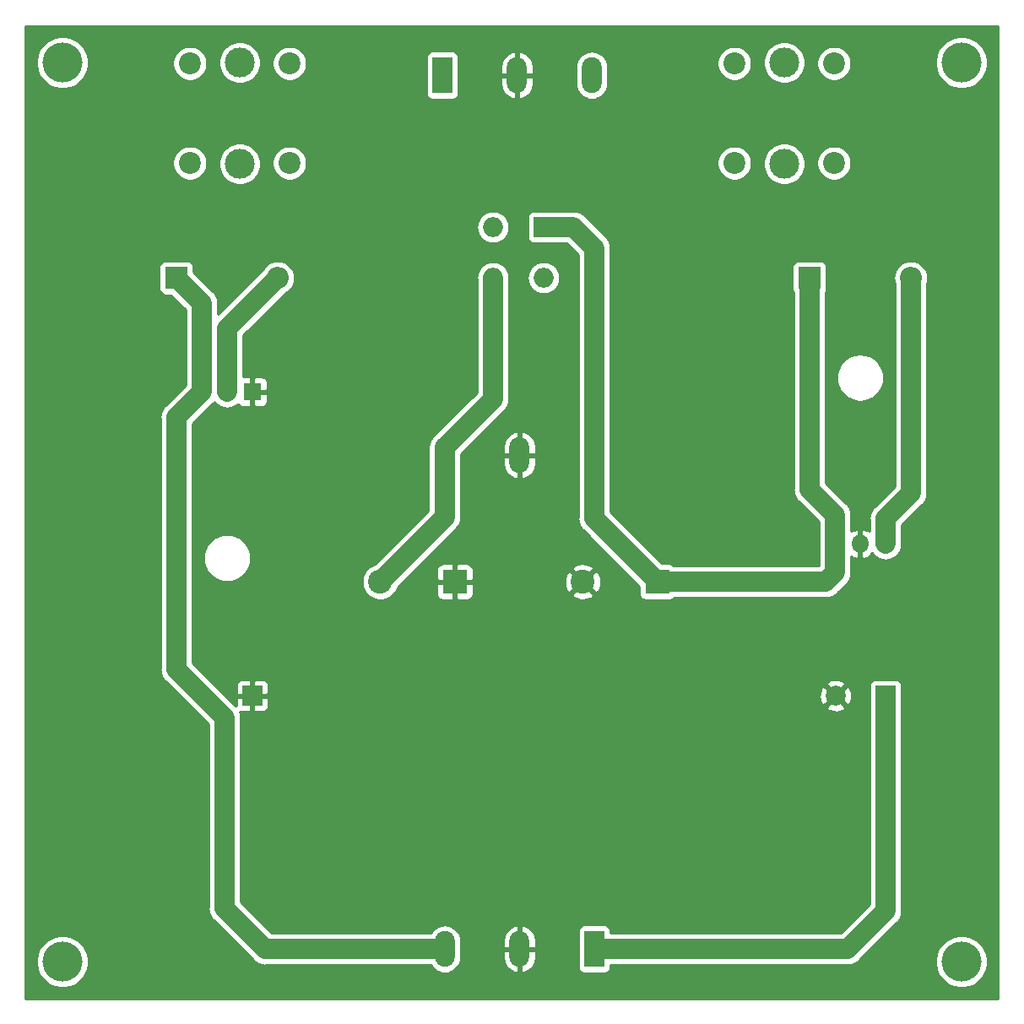
<source format=gbl>
G04 #@! TF.GenerationSoftware,KiCad,Pcbnew,5.1.4-5.1.4*
G04 #@! TF.CreationDate,2019-11-01T09:42:33+01:00*
G04 #@! TF.ProjectId,Linear-Netzteil,4c696e65-6172-42d4-9e65-747a7465696c,rev?*
G04 #@! TF.SameCoordinates,Original*
G04 #@! TF.FileFunction,Copper,L2,Bot*
G04 #@! TF.FilePolarity,Positive*
%FSLAX46Y46*%
G04 Gerber Fmt 4.6, Leading zero omitted, Abs format (unit mm)*
G04 Created by KiCad (PCBNEW 5.1.4-5.1.4) date 2019-11-01 09:42:33*
%MOMM*%
%LPD*%
G04 APERTURE LIST*
%ADD10C,2.400000*%
%ADD11R,2.400000X2.400000*%
%ADD12C,2.000000*%
%ADD13R,2.000000X2.000000*%
%ADD14O,2.000000X2.000000*%
%ADD15O,2.200000X2.200000*%
%ADD16R,2.200000X2.200000*%
%ADD17C,2.200000*%
%ADD18C,3.000000*%
%ADD19O,2.000000X3.600000*%
%ADD20R,2.000000X3.600000*%
%ADD21O,1.800000X1.800000*%
%ADD22R,1.800000X1.800000*%
%ADD23C,4.000000*%
%ADD24C,2.000000*%
%ADD25C,0.254000*%
G04 APERTURE END LIST*
D10*
X120770000Y-121920000D03*
D11*
X128270000Y-121920000D03*
X107950000Y-121920000D03*
D10*
X100450000Y-121920000D03*
D12*
X146130000Y-133350000D03*
D13*
X151130000Y-133350000D03*
X87630000Y-133350000D03*
D12*
X82630000Y-133350000D03*
D13*
X116840000Y-86360000D03*
D14*
X111760000Y-91440000D03*
X111760000Y-86360000D03*
X116840000Y-91440000D03*
D15*
X153670000Y-91440000D03*
D16*
X143510000Y-91440000D03*
X80010000Y-91440000D03*
D15*
X90170000Y-91440000D03*
D17*
X145970000Y-69930000D03*
X145970000Y-79930000D03*
X135970000Y-79930000D03*
X135970000Y-69930000D03*
D18*
X140970000Y-80010000D03*
X140970000Y-69850000D03*
X86360000Y-80010000D03*
X86360000Y-69850000D03*
D17*
X91360000Y-79930000D03*
X91360000Y-69930000D03*
X81360000Y-69930000D03*
X81360000Y-79930000D03*
D19*
X121680000Y-71120000D03*
X114180000Y-71120000D03*
D20*
X106680000Y-71120000D03*
X121920000Y-158750000D03*
D19*
X114420000Y-158750000D03*
X106920000Y-158750000D03*
X106920000Y-109220000D03*
X114420000Y-109220000D03*
D20*
X121920000Y-109220000D03*
D21*
X151130000Y-118110000D03*
X148590000Y-118110000D03*
D22*
X146050000Y-118110000D03*
X87630000Y-102870000D03*
D21*
X85090000Y-102870000D03*
X82550000Y-102870000D03*
D23*
X68580000Y-69850000D03*
X158750000Y-69850000D03*
X158750000Y-160020000D03*
X68580000Y-160020000D03*
D24*
X119840000Y-86360000D02*
X121920000Y-88440000D01*
X121920000Y-105420000D02*
X121920000Y-109220000D01*
X121920000Y-88440000D02*
X121920000Y-105420000D01*
X116840000Y-86360000D02*
X119840000Y-86360000D01*
X121920000Y-115570000D02*
X128270000Y-121920000D01*
X121920000Y-109220000D02*
X121920000Y-115570000D01*
X146050000Y-121010000D02*
X146050000Y-118110000D01*
X145140000Y-121920000D02*
X146050000Y-121010000D01*
X128270000Y-121920000D02*
X145140000Y-121920000D01*
X143510000Y-94540000D02*
X143510000Y-91440000D01*
X143510000Y-112670000D02*
X143510000Y-94540000D01*
X146050000Y-115210000D02*
X143510000Y-112670000D01*
X146050000Y-118110000D02*
X146050000Y-115210000D01*
X85090000Y-96520000D02*
X90170000Y-91440000D01*
X85090000Y-102870000D02*
X85090000Y-96520000D01*
X106920000Y-108420000D02*
X106920000Y-109220000D01*
X111760000Y-103580000D02*
X106920000Y-108420000D01*
X111760000Y-91440000D02*
X111760000Y-103580000D01*
X106920000Y-115450000D02*
X100450000Y-121920000D01*
X106920000Y-109220000D02*
X106920000Y-115450000D01*
X151130000Y-115570000D02*
X153670000Y-113030000D01*
X151130000Y-118110000D02*
X151130000Y-115570000D01*
X153670000Y-113030000D02*
X153670000Y-91440000D01*
X151130000Y-133350000D02*
X151130000Y-154940000D01*
X147320000Y-158750000D02*
X121920000Y-158750000D01*
X151130000Y-154940000D02*
X147320000Y-158750000D01*
X82550000Y-93980000D02*
X80010000Y-91440000D01*
X82550000Y-102870000D02*
X82550000Y-93980000D01*
X80010000Y-105410000D02*
X81280000Y-104140000D01*
X80010000Y-130730000D02*
X80010000Y-105410000D01*
X82630000Y-133350000D02*
X80010000Y-130730000D01*
X82550000Y-102870000D02*
X81280000Y-104140000D01*
X84830001Y-135550001D02*
X84830001Y-154680001D01*
X82630000Y-133350000D02*
X84830001Y-135550001D01*
X103920000Y-158750000D02*
X106920000Y-158750000D01*
X88900000Y-158750000D02*
X103920000Y-158750000D01*
X84830001Y-154680001D02*
X88900000Y-158750000D01*
D25*
G36*
X162433000Y-163703000D02*
G01*
X64897000Y-163703000D01*
X64897000Y-159760475D01*
X65945000Y-159760475D01*
X65945000Y-160279525D01*
X66046261Y-160788601D01*
X66244893Y-161268141D01*
X66533262Y-161699715D01*
X66900285Y-162066738D01*
X67331859Y-162355107D01*
X67811399Y-162553739D01*
X68320475Y-162655000D01*
X68839525Y-162655000D01*
X69348601Y-162553739D01*
X69828141Y-162355107D01*
X70259715Y-162066738D01*
X70626738Y-161699715D01*
X70915107Y-161268141D01*
X71113739Y-160788601D01*
X71215000Y-160279525D01*
X71215000Y-159760475D01*
X71113739Y-159251399D01*
X70915107Y-158771859D01*
X70626738Y-158340285D01*
X70259715Y-157973262D01*
X69828141Y-157684893D01*
X69348601Y-157486261D01*
X68839525Y-157385000D01*
X68320475Y-157385000D01*
X67811399Y-157486261D01*
X67331859Y-157684893D01*
X66900285Y-157973262D01*
X66533262Y-158340285D01*
X66244893Y-158771859D01*
X66046261Y-159251399D01*
X65945000Y-159760475D01*
X64897000Y-159760475D01*
X64897000Y-90340000D01*
X78271928Y-90340000D01*
X78271928Y-92540000D01*
X78284188Y-92664482D01*
X78320498Y-92784180D01*
X78379463Y-92894494D01*
X78458815Y-92991185D01*
X78555506Y-93070537D01*
X78665820Y-93129502D01*
X78785518Y-93165812D01*
X78910000Y-93178072D01*
X79435834Y-93178072D01*
X80915001Y-94657240D01*
X80915000Y-102192761D01*
X80180681Y-102927081D01*
X80180676Y-102927085D01*
X78910682Y-104197080D01*
X78848287Y-104248286D01*
X78757015Y-104359502D01*
X78643970Y-104497248D01*
X78492148Y-104781286D01*
X78398658Y-105089484D01*
X78367089Y-105410000D01*
X78375001Y-105490329D01*
X78375000Y-130649681D01*
X78367089Y-130730000D01*
X78375000Y-130810319D01*
X78375000Y-130810321D01*
X78398657Y-131050515D01*
X78492148Y-131358714D01*
X78643969Y-131642751D01*
X78848286Y-131891714D01*
X78910686Y-131942924D01*
X81530676Y-134562916D01*
X81530682Y-134562921D01*
X81587748Y-134619987D01*
X81587751Y-134619989D01*
X83195001Y-136227240D01*
X83195002Y-154599672D01*
X83187090Y-154680001D01*
X83218659Y-155000517D01*
X83312149Y-155308715D01*
X83312150Y-155308716D01*
X83463971Y-155592753D01*
X83668288Y-155841715D01*
X83730683Y-155892921D01*
X87687080Y-159849319D01*
X87738286Y-159911714D01*
X87987248Y-160116031D01*
X88271285Y-160267852D01*
X88579483Y-160361343D01*
X88900000Y-160392911D01*
X88980322Y-160385000D01*
X105512410Y-160385000D01*
X105553969Y-160462751D01*
X105758286Y-160711714D01*
X106007248Y-160916031D01*
X106291285Y-161067852D01*
X106599484Y-161161343D01*
X106920000Y-161192911D01*
X107240515Y-161161343D01*
X107548714Y-161067852D01*
X107832751Y-160916031D01*
X108081714Y-160711714D01*
X108286031Y-160462752D01*
X108437852Y-160178715D01*
X108531343Y-159870516D01*
X108555000Y-159630322D01*
X108555000Y-158877000D01*
X112785000Y-158877000D01*
X112785000Y-159677000D01*
X112841193Y-159993532D01*
X112958058Y-160293020D01*
X113131105Y-160563954D01*
X113353683Y-160795922D01*
X113617239Y-160980010D01*
X113911645Y-161109144D01*
X114039566Y-161140124D01*
X114293000Y-161020777D01*
X114293000Y-158877000D01*
X114547000Y-158877000D01*
X114547000Y-161020777D01*
X114800434Y-161140124D01*
X114928355Y-161109144D01*
X115222761Y-160980010D01*
X115486317Y-160795922D01*
X115708895Y-160563954D01*
X115881942Y-160293020D01*
X115998807Y-159993532D01*
X116055000Y-159677000D01*
X116055000Y-158877000D01*
X114547000Y-158877000D01*
X114293000Y-158877000D01*
X112785000Y-158877000D01*
X108555000Y-158877000D01*
X108555000Y-158830322D01*
X108562911Y-158750000D01*
X120277089Y-158750000D01*
X120281928Y-158799131D01*
X120281928Y-160550000D01*
X120294188Y-160674482D01*
X120330498Y-160794180D01*
X120389463Y-160904494D01*
X120468815Y-161001185D01*
X120565506Y-161080537D01*
X120675820Y-161139502D01*
X120795518Y-161175812D01*
X120920000Y-161188072D01*
X122920000Y-161188072D01*
X123044482Y-161175812D01*
X123164180Y-161139502D01*
X123274494Y-161080537D01*
X123371185Y-161001185D01*
X123450537Y-160904494D01*
X123509502Y-160794180D01*
X123545812Y-160674482D01*
X123558072Y-160550000D01*
X123558072Y-160385000D01*
X147239681Y-160385000D01*
X147320000Y-160392911D01*
X147400319Y-160385000D01*
X147400322Y-160385000D01*
X147640516Y-160361343D01*
X147948715Y-160267852D01*
X148232752Y-160116031D01*
X148481714Y-159911714D01*
X148532925Y-159849313D01*
X148621763Y-159760475D01*
X156115000Y-159760475D01*
X156115000Y-160279525D01*
X156216261Y-160788601D01*
X156414893Y-161268141D01*
X156703262Y-161699715D01*
X157070285Y-162066738D01*
X157501859Y-162355107D01*
X157981399Y-162553739D01*
X158490475Y-162655000D01*
X159009525Y-162655000D01*
X159518601Y-162553739D01*
X159998141Y-162355107D01*
X160429715Y-162066738D01*
X160796738Y-161699715D01*
X161085107Y-161268141D01*
X161283739Y-160788601D01*
X161385000Y-160279525D01*
X161385000Y-159760475D01*
X161283739Y-159251399D01*
X161085107Y-158771859D01*
X160796738Y-158340285D01*
X160429715Y-157973262D01*
X159998141Y-157684893D01*
X159518601Y-157486261D01*
X159009525Y-157385000D01*
X158490475Y-157385000D01*
X157981399Y-157486261D01*
X157501859Y-157684893D01*
X157070285Y-157973262D01*
X156703262Y-158340285D01*
X156414893Y-158771859D01*
X156216261Y-159251399D01*
X156115000Y-159760475D01*
X148621763Y-159760475D01*
X152229324Y-156152916D01*
X152291714Y-156101714D01*
X152496031Y-155852752D01*
X152647852Y-155568715D01*
X152741343Y-155260516D01*
X152765000Y-155020322D01*
X152772911Y-154940000D01*
X152765000Y-154859678D01*
X152765000Y-134381192D01*
X152768072Y-134350000D01*
X152768072Y-132350000D01*
X152755812Y-132225518D01*
X152719502Y-132105820D01*
X152660537Y-131995506D01*
X152581185Y-131898815D01*
X152484494Y-131819463D01*
X152374180Y-131760498D01*
X152254482Y-131724188D01*
X152130000Y-131711928D01*
X151179131Y-131711928D01*
X151130000Y-131707089D01*
X151080869Y-131711928D01*
X150130000Y-131711928D01*
X150005518Y-131724188D01*
X149885820Y-131760498D01*
X149775506Y-131819463D01*
X149678815Y-131898815D01*
X149599463Y-131995506D01*
X149540498Y-132105820D01*
X149504188Y-132225518D01*
X149491928Y-132350000D01*
X149491928Y-134350000D01*
X149495000Y-134381192D01*
X149495001Y-154262759D01*
X146642762Y-157115000D01*
X123558072Y-157115000D01*
X123558072Y-156950000D01*
X123545812Y-156825518D01*
X123509502Y-156705820D01*
X123450537Y-156595506D01*
X123371185Y-156498815D01*
X123274494Y-156419463D01*
X123164180Y-156360498D01*
X123044482Y-156324188D01*
X122920000Y-156311928D01*
X120920000Y-156311928D01*
X120795518Y-156324188D01*
X120675820Y-156360498D01*
X120565506Y-156419463D01*
X120468815Y-156498815D01*
X120389463Y-156595506D01*
X120330498Y-156705820D01*
X120294188Y-156825518D01*
X120281928Y-156950000D01*
X120281928Y-158700869D01*
X120277089Y-158750000D01*
X108562911Y-158750000D01*
X108555000Y-158669678D01*
X108555000Y-157869678D01*
X108550403Y-157823000D01*
X112785000Y-157823000D01*
X112785000Y-158623000D01*
X114293000Y-158623000D01*
X114293000Y-156479223D01*
X114547000Y-156479223D01*
X114547000Y-158623000D01*
X116055000Y-158623000D01*
X116055000Y-157823000D01*
X115998807Y-157506468D01*
X115881942Y-157206980D01*
X115708895Y-156936046D01*
X115486317Y-156704078D01*
X115222761Y-156519990D01*
X114928355Y-156390856D01*
X114800434Y-156359876D01*
X114547000Y-156479223D01*
X114293000Y-156479223D01*
X114039566Y-156359876D01*
X113911645Y-156390856D01*
X113617239Y-156519990D01*
X113353683Y-156704078D01*
X113131105Y-156936046D01*
X112958058Y-157206980D01*
X112841193Y-157506468D01*
X112785000Y-157823000D01*
X108550403Y-157823000D01*
X108531343Y-157629484D01*
X108437852Y-157321285D01*
X108286031Y-157037248D01*
X108081714Y-156788286D01*
X107832752Y-156583969D01*
X107548715Y-156432148D01*
X107240516Y-156338657D01*
X106920000Y-156307089D01*
X106599485Y-156338657D01*
X106291286Y-156432148D01*
X106007249Y-156583969D01*
X105758287Y-156788286D01*
X105553970Y-157037248D01*
X105512411Y-157115000D01*
X89577239Y-157115000D01*
X86465001Y-154002763D01*
X86465001Y-135630320D01*
X86472912Y-135550000D01*
X86465001Y-135469679D01*
X86441344Y-135229485D01*
X86347853Y-134921286D01*
X86346298Y-134918377D01*
X86385820Y-134939502D01*
X86505518Y-134975812D01*
X86630000Y-134988072D01*
X87344250Y-134985000D01*
X87503000Y-134826250D01*
X87503000Y-133477000D01*
X87757000Y-133477000D01*
X87757000Y-134826250D01*
X87915750Y-134985000D01*
X88630000Y-134988072D01*
X88754482Y-134975812D01*
X88874180Y-134939502D01*
X88984494Y-134880537D01*
X89081185Y-134801185D01*
X89160537Y-134704494D01*
X89219502Y-134594180D01*
X89252496Y-134485413D01*
X145174192Y-134485413D01*
X145269956Y-134749814D01*
X145559571Y-134890704D01*
X145871108Y-134972384D01*
X146192595Y-134991718D01*
X146511675Y-134947961D01*
X146816088Y-134842795D01*
X146990044Y-134749814D01*
X147085808Y-134485413D01*
X146130000Y-133529605D01*
X145174192Y-134485413D01*
X89252496Y-134485413D01*
X89255812Y-134474482D01*
X89268072Y-134350000D01*
X89265000Y-133635750D01*
X89106250Y-133477000D01*
X87757000Y-133477000D01*
X87503000Y-133477000D01*
X86153750Y-133477000D01*
X85995000Y-133635750D01*
X85991928Y-134350000D01*
X85996242Y-134393803D01*
X85991715Y-134388287D01*
X85929321Y-134337082D01*
X85004834Y-133412595D01*
X144488282Y-133412595D01*
X144532039Y-133731675D01*
X144637205Y-134036088D01*
X144730186Y-134210044D01*
X144994587Y-134305808D01*
X145950395Y-133350000D01*
X146309605Y-133350000D01*
X147265413Y-134305808D01*
X147529814Y-134210044D01*
X147670704Y-133920429D01*
X147752384Y-133608892D01*
X147771718Y-133287405D01*
X147727961Y-132968325D01*
X147622795Y-132663912D01*
X147529814Y-132489956D01*
X147265413Y-132394192D01*
X146309605Y-133350000D01*
X145950395Y-133350000D01*
X144994587Y-132394192D01*
X144730186Y-132489956D01*
X144589296Y-132779571D01*
X144507616Y-133091108D01*
X144488282Y-133412595D01*
X85004834Y-133412595D01*
X83942239Y-132350000D01*
X85991928Y-132350000D01*
X85995000Y-133064250D01*
X86153750Y-133223000D01*
X87503000Y-133223000D01*
X87503000Y-131873750D01*
X87757000Y-131873750D01*
X87757000Y-133223000D01*
X89106250Y-133223000D01*
X89265000Y-133064250D01*
X89268072Y-132350000D01*
X89255812Y-132225518D01*
X89252497Y-132214587D01*
X145174192Y-132214587D01*
X146130000Y-133170395D01*
X147085808Y-132214587D01*
X146990044Y-131950186D01*
X146700429Y-131809296D01*
X146388892Y-131727616D01*
X146067405Y-131708282D01*
X145748325Y-131752039D01*
X145443912Y-131857205D01*
X145269956Y-131950186D01*
X145174192Y-132214587D01*
X89252497Y-132214587D01*
X89219502Y-132105820D01*
X89160537Y-131995506D01*
X89081185Y-131898815D01*
X88984494Y-131819463D01*
X88874180Y-131760498D01*
X88754482Y-131724188D01*
X88630000Y-131711928D01*
X87915750Y-131715000D01*
X87757000Y-131873750D01*
X87503000Y-131873750D01*
X87344250Y-131715000D01*
X86630000Y-131711928D01*
X86505518Y-131724188D01*
X86385820Y-131760498D01*
X86275506Y-131819463D01*
X86178815Y-131898815D01*
X86099463Y-131995506D01*
X86040498Y-132105820D01*
X86004188Y-132225518D01*
X85991928Y-132350000D01*
X83942239Y-132350000D01*
X83899989Y-132307751D01*
X83899987Y-132307748D01*
X83842921Y-132250682D01*
X83842916Y-132250676D01*
X81645000Y-130052762D01*
X81645000Y-119530000D01*
X82693461Y-119530000D01*
X82739510Y-119997542D01*
X82875887Y-120447116D01*
X83097351Y-120861446D01*
X83395391Y-121224609D01*
X83758554Y-121522649D01*
X84172884Y-121744113D01*
X84622458Y-121880490D01*
X84972843Y-121915000D01*
X85207157Y-121915000D01*
X85557542Y-121880490D01*
X86007116Y-121744113D01*
X86016180Y-121739268D01*
X98615000Y-121739268D01*
X98615000Y-122100732D01*
X98685518Y-122455250D01*
X98823844Y-122789199D01*
X99024662Y-123089744D01*
X99280256Y-123345338D01*
X99580801Y-123546156D01*
X99914750Y-123684482D01*
X100269268Y-123755000D01*
X100630732Y-123755000D01*
X100985250Y-123684482D01*
X101319199Y-123546156D01*
X101619744Y-123345338D01*
X101845082Y-123120000D01*
X106111928Y-123120000D01*
X106124188Y-123244482D01*
X106160498Y-123364180D01*
X106219463Y-123474494D01*
X106298815Y-123571185D01*
X106395506Y-123650537D01*
X106505820Y-123709502D01*
X106625518Y-123745812D01*
X106750000Y-123758072D01*
X107664250Y-123755000D01*
X107823000Y-123596250D01*
X107823000Y-122047000D01*
X108077000Y-122047000D01*
X108077000Y-123596250D01*
X108235750Y-123755000D01*
X109150000Y-123758072D01*
X109274482Y-123745812D01*
X109394180Y-123709502D01*
X109504494Y-123650537D01*
X109601185Y-123571185D01*
X109680537Y-123474494D01*
X109739502Y-123364180D01*
X109775812Y-123244482D01*
X109780391Y-123197980D01*
X119671626Y-123197980D01*
X119791514Y-123482836D01*
X120115210Y-123643699D01*
X120464069Y-123738322D01*
X120824684Y-123763067D01*
X121183198Y-123716985D01*
X121525833Y-123601846D01*
X121748486Y-123482836D01*
X121868374Y-123197980D01*
X120770000Y-122099605D01*
X119671626Y-123197980D01*
X109780391Y-123197980D01*
X109788072Y-123120000D01*
X109785000Y-122205750D01*
X109626250Y-122047000D01*
X108077000Y-122047000D01*
X107823000Y-122047000D01*
X106273750Y-122047000D01*
X106115000Y-122205750D01*
X106111928Y-123120000D01*
X101845082Y-123120000D01*
X101875338Y-123089744D01*
X102076156Y-122789199D01*
X102205639Y-122476599D01*
X102707554Y-121974684D01*
X118926933Y-121974684D01*
X118973015Y-122333198D01*
X119088154Y-122675833D01*
X119207164Y-122898486D01*
X119492020Y-123018374D01*
X120590395Y-121920000D01*
X120949605Y-121920000D01*
X122047980Y-123018374D01*
X122332836Y-122898486D01*
X122493699Y-122574790D01*
X122588322Y-122225931D01*
X122613067Y-121865316D01*
X122566985Y-121506802D01*
X122451846Y-121164167D01*
X122332836Y-120941514D01*
X122047980Y-120821626D01*
X120949605Y-121920000D01*
X120590395Y-121920000D01*
X119492020Y-120821626D01*
X119207164Y-120941514D01*
X119046301Y-121265210D01*
X118951678Y-121614069D01*
X118926933Y-121974684D01*
X102707554Y-121974684D01*
X103962238Y-120720000D01*
X106111928Y-120720000D01*
X106115000Y-121634250D01*
X106273750Y-121793000D01*
X107823000Y-121793000D01*
X107823000Y-120243750D01*
X108077000Y-120243750D01*
X108077000Y-121793000D01*
X109626250Y-121793000D01*
X109785000Y-121634250D01*
X109788072Y-120720000D01*
X109780392Y-120642020D01*
X119671626Y-120642020D01*
X120770000Y-121740395D01*
X121868374Y-120642020D01*
X121748486Y-120357164D01*
X121424790Y-120196301D01*
X121075931Y-120101678D01*
X120715316Y-120076933D01*
X120356802Y-120123015D01*
X120014167Y-120238154D01*
X119791514Y-120357164D01*
X119671626Y-120642020D01*
X109780392Y-120642020D01*
X109775812Y-120595518D01*
X109739502Y-120475820D01*
X109680537Y-120365506D01*
X109601185Y-120268815D01*
X109504494Y-120189463D01*
X109394180Y-120130498D01*
X109274482Y-120094188D01*
X109150000Y-120081928D01*
X108235750Y-120085000D01*
X108077000Y-120243750D01*
X107823000Y-120243750D01*
X107664250Y-120085000D01*
X106750000Y-120081928D01*
X106625518Y-120094188D01*
X106505820Y-120130498D01*
X106395506Y-120189463D01*
X106298815Y-120268815D01*
X106219463Y-120365506D01*
X106160498Y-120475820D01*
X106124188Y-120595518D01*
X106111928Y-120720000D01*
X103962238Y-120720000D01*
X108019319Y-116662920D01*
X108081714Y-116611714D01*
X108286031Y-116362752D01*
X108437852Y-116078715D01*
X108531343Y-115770517D01*
X108562911Y-115450000D01*
X108555000Y-115369678D01*
X108555000Y-109347000D01*
X112785000Y-109347000D01*
X112785000Y-110147000D01*
X112841193Y-110463532D01*
X112958058Y-110763020D01*
X113131105Y-111033954D01*
X113353683Y-111265922D01*
X113617239Y-111450010D01*
X113911645Y-111579144D01*
X114039566Y-111610124D01*
X114293000Y-111490777D01*
X114293000Y-109347000D01*
X114547000Y-109347000D01*
X114547000Y-111490777D01*
X114800434Y-111610124D01*
X114928355Y-111579144D01*
X115222761Y-111450010D01*
X115486317Y-111265922D01*
X115708895Y-111033954D01*
X115881942Y-110763020D01*
X115998807Y-110463532D01*
X116055000Y-110147000D01*
X116055000Y-109347000D01*
X114547000Y-109347000D01*
X114293000Y-109347000D01*
X112785000Y-109347000D01*
X108555000Y-109347000D01*
X108555000Y-109097238D01*
X109359238Y-108293000D01*
X112785000Y-108293000D01*
X112785000Y-109093000D01*
X114293000Y-109093000D01*
X114293000Y-106949223D01*
X114547000Y-106949223D01*
X114547000Y-109093000D01*
X116055000Y-109093000D01*
X116055000Y-108293000D01*
X115998807Y-107976468D01*
X115881942Y-107676980D01*
X115708895Y-107406046D01*
X115486317Y-107174078D01*
X115222761Y-106989990D01*
X114928355Y-106860856D01*
X114800434Y-106829876D01*
X114547000Y-106949223D01*
X114293000Y-106949223D01*
X114039566Y-106829876D01*
X113911645Y-106860856D01*
X113617239Y-106989990D01*
X113353683Y-107174078D01*
X113131105Y-107406046D01*
X112958058Y-107676980D01*
X112841193Y-107976468D01*
X112785000Y-108293000D01*
X109359238Y-108293000D01*
X112859324Y-104792916D01*
X112921714Y-104741714D01*
X113126031Y-104492752D01*
X113277852Y-104208715D01*
X113298696Y-104140001D01*
X113371343Y-103900517D01*
X113402911Y-103580000D01*
X113395000Y-103499678D01*
X113395000Y-91520322D01*
X113402911Y-91440000D01*
X115197089Y-91440000D01*
X115228657Y-91760516D01*
X115322148Y-92068715D01*
X115473969Y-92352752D01*
X115678286Y-92601714D01*
X115927248Y-92806031D01*
X116211285Y-92957852D01*
X116519484Y-93051343D01*
X116759678Y-93075000D01*
X116920322Y-93075000D01*
X117160516Y-93051343D01*
X117468715Y-92957852D01*
X117752752Y-92806031D01*
X118001714Y-92601714D01*
X118206031Y-92352752D01*
X118357852Y-92068715D01*
X118451343Y-91760516D01*
X118482911Y-91440000D01*
X118451343Y-91119484D01*
X118357852Y-90811285D01*
X118206031Y-90527248D01*
X118001714Y-90278286D01*
X117752752Y-90073969D01*
X117468715Y-89922148D01*
X117160516Y-89828657D01*
X116920322Y-89805000D01*
X116759678Y-89805000D01*
X116519484Y-89828657D01*
X116211285Y-89922148D01*
X115927248Y-90073969D01*
X115678286Y-90278286D01*
X115473969Y-90527248D01*
X115322148Y-90811285D01*
X115228657Y-91119484D01*
X115197089Y-91440000D01*
X113402911Y-91440000D01*
X113371343Y-91119484D01*
X113277852Y-90811285D01*
X113126031Y-90527248D01*
X112921714Y-90278286D01*
X112672752Y-90073969D01*
X112388715Y-89922148D01*
X112080516Y-89828657D01*
X111840322Y-89805000D01*
X111760000Y-89797089D01*
X111679678Y-89805000D01*
X111439484Y-89828657D01*
X111131285Y-89922148D01*
X110847248Y-90073969D01*
X110598286Y-90278286D01*
X110393969Y-90527248D01*
X110242148Y-90811285D01*
X110148657Y-91119484D01*
X110117089Y-91440000D01*
X110125000Y-91520322D01*
X110125001Y-102902759D01*
X105820687Y-107207075D01*
X105758286Y-107258286D01*
X105553969Y-107507249D01*
X105402148Y-107791286D01*
X105308657Y-108099485D01*
X105288194Y-108307248D01*
X105277089Y-108420000D01*
X105285000Y-108500319D01*
X105285000Y-109139679D01*
X105285001Y-114772760D01*
X99893401Y-120164361D01*
X99580801Y-120293844D01*
X99280256Y-120494662D01*
X99024662Y-120750256D01*
X98823844Y-121050801D01*
X98685518Y-121384750D01*
X98615000Y-121739268D01*
X86016180Y-121739268D01*
X86421446Y-121522649D01*
X86784609Y-121224609D01*
X87082649Y-120861446D01*
X87304113Y-120447116D01*
X87440490Y-119997542D01*
X87486539Y-119530000D01*
X87440490Y-119062458D01*
X87304113Y-118612884D01*
X87082649Y-118198554D01*
X86784609Y-117835391D01*
X86421446Y-117537351D01*
X86007116Y-117315887D01*
X85557542Y-117179510D01*
X85207157Y-117145000D01*
X84972843Y-117145000D01*
X84622458Y-117179510D01*
X84172884Y-117315887D01*
X83758554Y-117537351D01*
X83395391Y-117835391D01*
X83097351Y-118198554D01*
X82875887Y-118612884D01*
X82739510Y-119062458D01*
X82693461Y-119530000D01*
X81645000Y-119530000D01*
X81645000Y-106087238D01*
X82492915Y-105239324D01*
X82492919Y-105239319D01*
X83649319Y-104082919D01*
X83711714Y-104031714D01*
X83820000Y-103899766D01*
X83928286Y-104031714D01*
X84177248Y-104236031D01*
X84461285Y-104387852D01*
X84769484Y-104481343D01*
X85090000Y-104512911D01*
X85410515Y-104481343D01*
X85718714Y-104387852D01*
X86002751Y-104236031D01*
X86180924Y-104089810D01*
X86199463Y-104124494D01*
X86278815Y-104221185D01*
X86375506Y-104300537D01*
X86485820Y-104359502D01*
X86605518Y-104395812D01*
X86730000Y-104408072D01*
X87344250Y-104405000D01*
X87503000Y-104246250D01*
X87503000Y-102997000D01*
X87757000Y-102997000D01*
X87757000Y-104246250D01*
X87915750Y-104405000D01*
X88530000Y-104408072D01*
X88654482Y-104395812D01*
X88774180Y-104359502D01*
X88884494Y-104300537D01*
X88981185Y-104221185D01*
X89060537Y-104124494D01*
X89119502Y-104014180D01*
X89155812Y-103894482D01*
X89168072Y-103770000D01*
X89165000Y-103155750D01*
X89006250Y-102997000D01*
X87757000Y-102997000D01*
X87503000Y-102997000D01*
X87483000Y-102997000D01*
X87483000Y-102743000D01*
X87503000Y-102743000D01*
X87503000Y-101493750D01*
X87757000Y-101493750D01*
X87757000Y-102743000D01*
X89006250Y-102743000D01*
X89165000Y-102584250D01*
X89168072Y-101970000D01*
X89155812Y-101845518D01*
X89119502Y-101725820D01*
X89060537Y-101615506D01*
X88981185Y-101518815D01*
X88884494Y-101439463D01*
X88774180Y-101380498D01*
X88654482Y-101344188D01*
X88530000Y-101331928D01*
X87915750Y-101335000D01*
X87757000Y-101493750D01*
X87503000Y-101493750D01*
X87344250Y-101335000D01*
X86730000Y-101331928D01*
X86725000Y-101332420D01*
X86725000Y-97197238D01*
X90911036Y-93011203D01*
X91138578Y-92889579D01*
X91402766Y-92672766D01*
X91619579Y-92408578D01*
X91780686Y-92107168D01*
X91879895Y-91780119D01*
X91913394Y-91440000D01*
X91879895Y-91099881D01*
X91780686Y-90772832D01*
X91619579Y-90471422D01*
X91402766Y-90207234D01*
X91138578Y-89990421D01*
X90837168Y-89829314D01*
X90510119Y-89730105D01*
X90255225Y-89705000D01*
X90084775Y-89705000D01*
X89829881Y-89730105D01*
X89502832Y-89829314D01*
X89201422Y-89990421D01*
X88937234Y-90207234D01*
X88720421Y-90471422D01*
X88598797Y-90698964D01*
X84185000Y-95112762D01*
X84185000Y-94060319D01*
X84192911Y-93979999D01*
X84185000Y-93899678D01*
X84161343Y-93659484D01*
X84067852Y-93351285D01*
X83916031Y-93067248D01*
X83711714Y-92818286D01*
X83649319Y-92767080D01*
X81748072Y-90865834D01*
X81748072Y-90340000D01*
X81735812Y-90215518D01*
X81699502Y-90095820D01*
X81640537Y-89985506D01*
X81561185Y-89888815D01*
X81464494Y-89809463D01*
X81354180Y-89750498D01*
X81234482Y-89714188D01*
X81110000Y-89701928D01*
X78910000Y-89701928D01*
X78785518Y-89714188D01*
X78665820Y-89750498D01*
X78555506Y-89809463D01*
X78458815Y-89888815D01*
X78379463Y-89985506D01*
X78320498Y-90095820D01*
X78284188Y-90215518D01*
X78271928Y-90340000D01*
X64897000Y-90340000D01*
X64897000Y-86360000D01*
X110117089Y-86360000D01*
X110148657Y-86680516D01*
X110242148Y-86988715D01*
X110393969Y-87272752D01*
X110598286Y-87521714D01*
X110847248Y-87726031D01*
X111131285Y-87877852D01*
X111439484Y-87971343D01*
X111679678Y-87995000D01*
X111840322Y-87995000D01*
X112080516Y-87971343D01*
X112388715Y-87877852D01*
X112672752Y-87726031D01*
X112921714Y-87521714D01*
X113126031Y-87272752D01*
X113277852Y-86988715D01*
X113371343Y-86680516D01*
X113402911Y-86360000D01*
X115197089Y-86360000D01*
X115201928Y-86409131D01*
X115201928Y-87360000D01*
X115214188Y-87484482D01*
X115250498Y-87604180D01*
X115309463Y-87714494D01*
X115388815Y-87811185D01*
X115485506Y-87890537D01*
X115595820Y-87949502D01*
X115715518Y-87985812D01*
X115840000Y-87998072D01*
X117840000Y-87998072D01*
X117871192Y-87995000D01*
X119162762Y-87995000D01*
X120285000Y-89117239D01*
X120285001Y-105339669D01*
X120285000Y-105339679D01*
X120285001Y-107388803D01*
X120281928Y-107420000D01*
X120281928Y-111020000D01*
X120285000Y-111051195D01*
X120285001Y-115489671D01*
X120277089Y-115570000D01*
X120308658Y-115890516D01*
X120402148Y-116198714D01*
X120489829Y-116362753D01*
X120553970Y-116482752D01*
X120758287Y-116731714D01*
X120820682Y-116782920D01*
X126431928Y-122394167D01*
X126431928Y-123120000D01*
X126444188Y-123244482D01*
X126480498Y-123364180D01*
X126539463Y-123474494D01*
X126618815Y-123571185D01*
X126715506Y-123650537D01*
X126825820Y-123709502D01*
X126945518Y-123745812D01*
X127070000Y-123758072D01*
X129470000Y-123758072D01*
X129594482Y-123745812D01*
X129714180Y-123709502D01*
X129824494Y-123650537D01*
X129921185Y-123571185D01*
X129934468Y-123555000D01*
X145059681Y-123555000D01*
X145140000Y-123562911D01*
X145220319Y-123555000D01*
X145220322Y-123555000D01*
X145460516Y-123531343D01*
X145768715Y-123437852D01*
X146052752Y-123286031D01*
X146301714Y-123081714D01*
X146352925Y-123019313D01*
X147149314Y-122222924D01*
X147211714Y-122171714D01*
X147416031Y-121922752D01*
X147567852Y-121638715D01*
X147661343Y-121330516D01*
X147685000Y-121090322D01*
X147685000Y-121090320D01*
X147692911Y-121010001D01*
X147685000Y-120929681D01*
X147685000Y-119349485D01*
X147941380Y-119501234D01*
X148225259Y-119601041D01*
X148463000Y-119480992D01*
X148463000Y-118237000D01*
X148443000Y-118237000D01*
X148443000Y-117983000D01*
X148463000Y-117983000D01*
X148463000Y-116739008D01*
X148717000Y-116739008D01*
X148717000Y-117983000D01*
X148737000Y-117983000D01*
X148737000Y-118237000D01*
X148717000Y-118237000D01*
X148717000Y-119480992D01*
X148954741Y-119601041D01*
X149238620Y-119501234D01*
X149497573Y-119347962D01*
X149721649Y-119147116D01*
X149790604Y-119055206D01*
X149968286Y-119271714D01*
X150217248Y-119476031D01*
X150501285Y-119627852D01*
X150809484Y-119721343D01*
X151130000Y-119752911D01*
X151450515Y-119721343D01*
X151758714Y-119627852D01*
X152042751Y-119476031D01*
X152291714Y-119271714D01*
X152496031Y-119022752D01*
X152647852Y-118738715D01*
X152741343Y-118430516D01*
X152765000Y-118190322D01*
X152765000Y-116247238D01*
X154769320Y-114242919D01*
X154831714Y-114191714D01*
X155036031Y-113942752D01*
X155187852Y-113658715D01*
X155281343Y-113350516D01*
X155305000Y-113110322D01*
X155305000Y-113110320D01*
X155312911Y-113030001D01*
X155305000Y-112949681D01*
X155305000Y-92027015D01*
X155379895Y-91780119D01*
X155413394Y-91440000D01*
X155379895Y-91099881D01*
X155280686Y-90772832D01*
X155119579Y-90471422D01*
X154902766Y-90207234D01*
X154638578Y-89990421D01*
X154337168Y-89829314D01*
X154010119Y-89730105D01*
X153755225Y-89705000D01*
X153584775Y-89705000D01*
X153329881Y-89730105D01*
X153002832Y-89829314D01*
X152701422Y-89990421D01*
X152437234Y-90207234D01*
X152220421Y-90471422D01*
X152059314Y-90772832D01*
X151960105Y-91099881D01*
X151926606Y-91440000D01*
X151960105Y-91780119D01*
X152035001Y-92027018D01*
X152035000Y-112352761D01*
X150030682Y-114357080D01*
X149968287Y-114408286D01*
X149853749Y-114547852D01*
X149763970Y-114657248D01*
X149612148Y-114941286D01*
X149518658Y-115249484D01*
X149487089Y-115570000D01*
X149495001Y-115650329D01*
X149495000Y-116870515D01*
X149238620Y-116718766D01*
X148954741Y-116618959D01*
X148717000Y-116739008D01*
X148463000Y-116739008D01*
X148225259Y-116618959D01*
X147941380Y-116718766D01*
X147685000Y-116870515D01*
X147685000Y-115290319D01*
X147692911Y-115209999D01*
X147684981Y-115129484D01*
X147661343Y-114889484D01*
X147567852Y-114581285D01*
X147416031Y-114297248D01*
X147211714Y-114048286D01*
X147149319Y-113997080D01*
X145145000Y-111992762D01*
X145145000Y-101450000D01*
X146193461Y-101450000D01*
X146239510Y-101917542D01*
X146375887Y-102367116D01*
X146597351Y-102781446D01*
X146895391Y-103144609D01*
X147258554Y-103442649D01*
X147672884Y-103664113D01*
X148122458Y-103800490D01*
X148472843Y-103835000D01*
X148707157Y-103835000D01*
X149057542Y-103800490D01*
X149507116Y-103664113D01*
X149921446Y-103442649D01*
X150284609Y-103144609D01*
X150582649Y-102781446D01*
X150804113Y-102367116D01*
X150940490Y-101917542D01*
X150986539Y-101450000D01*
X150940490Y-100982458D01*
X150804113Y-100532884D01*
X150582649Y-100118554D01*
X150284609Y-99755391D01*
X149921446Y-99457351D01*
X149507116Y-99235887D01*
X149057542Y-99099510D01*
X148707157Y-99065000D01*
X148472843Y-99065000D01*
X148122458Y-99099510D01*
X147672884Y-99235887D01*
X147258554Y-99457351D01*
X146895391Y-99755391D01*
X146597351Y-100118554D01*
X146375887Y-100532884D01*
X146239510Y-100982458D01*
X146193461Y-101450000D01*
X145145000Y-101450000D01*
X145145000Y-92886144D01*
X145199502Y-92784180D01*
X145235812Y-92664482D01*
X145248072Y-92540000D01*
X145248072Y-90340000D01*
X145235812Y-90215518D01*
X145199502Y-90095820D01*
X145140537Y-89985506D01*
X145061185Y-89888815D01*
X144964494Y-89809463D01*
X144854180Y-89750498D01*
X144734482Y-89714188D01*
X144610000Y-89701928D01*
X142410000Y-89701928D01*
X142285518Y-89714188D01*
X142165820Y-89750498D01*
X142055506Y-89809463D01*
X141958815Y-89888815D01*
X141879463Y-89985506D01*
X141820498Y-90095820D01*
X141784188Y-90215518D01*
X141771928Y-90340000D01*
X141771928Y-92540000D01*
X141784188Y-92664482D01*
X141820498Y-92784180D01*
X141875001Y-92886145D01*
X141875000Y-94620321D01*
X141875001Y-94620331D01*
X141875000Y-112589681D01*
X141867089Y-112670000D01*
X141875000Y-112750319D01*
X141875000Y-112750321D01*
X141898657Y-112990515D01*
X141992148Y-113298714D01*
X142143969Y-113582751D01*
X142348286Y-113831714D01*
X142410687Y-113882925D01*
X144415001Y-115887240D01*
X144415000Y-118190321D01*
X144415001Y-118190331D01*
X144415000Y-120285000D01*
X129934468Y-120285000D01*
X129921185Y-120268815D01*
X129824494Y-120189463D01*
X129714180Y-120130498D01*
X129594482Y-120094188D01*
X129470000Y-120081928D01*
X128744167Y-120081928D01*
X123555000Y-114892762D01*
X123555000Y-111051192D01*
X123558072Y-111020000D01*
X123558072Y-107420000D01*
X123555000Y-107388808D01*
X123555000Y-88520319D01*
X123562911Y-88439999D01*
X123555000Y-88359678D01*
X123531343Y-88119484D01*
X123437852Y-87811285D01*
X123286031Y-87527248D01*
X123081714Y-87278286D01*
X123019320Y-87227081D01*
X121052925Y-85260687D01*
X121001714Y-85198286D01*
X120752752Y-84993969D01*
X120468715Y-84842148D01*
X120160516Y-84748657D01*
X119920322Y-84725000D01*
X119920319Y-84725000D01*
X119840000Y-84717089D01*
X119759681Y-84725000D01*
X117871192Y-84725000D01*
X117840000Y-84721928D01*
X115840000Y-84721928D01*
X115715518Y-84734188D01*
X115595820Y-84770498D01*
X115485506Y-84829463D01*
X115388815Y-84908815D01*
X115309463Y-85005506D01*
X115250498Y-85115820D01*
X115214188Y-85235518D01*
X115201928Y-85360000D01*
X115201928Y-86310869D01*
X115197089Y-86360000D01*
X113402911Y-86360000D01*
X113371343Y-86039484D01*
X113277852Y-85731285D01*
X113126031Y-85447248D01*
X112921714Y-85198286D01*
X112672752Y-84993969D01*
X112388715Y-84842148D01*
X112080516Y-84748657D01*
X111840322Y-84725000D01*
X111679678Y-84725000D01*
X111439484Y-84748657D01*
X111131285Y-84842148D01*
X110847248Y-84993969D01*
X110598286Y-85198286D01*
X110393969Y-85447248D01*
X110242148Y-85731285D01*
X110148657Y-86039484D01*
X110117089Y-86360000D01*
X64897000Y-86360000D01*
X64897000Y-79759117D01*
X79625000Y-79759117D01*
X79625000Y-80100883D01*
X79691675Y-80436081D01*
X79822463Y-80751831D01*
X80012337Y-81035998D01*
X80254002Y-81277663D01*
X80538169Y-81467537D01*
X80853919Y-81598325D01*
X81189117Y-81665000D01*
X81530883Y-81665000D01*
X81866081Y-81598325D01*
X82181831Y-81467537D01*
X82465998Y-81277663D01*
X82707663Y-81035998D01*
X82897537Y-80751831D01*
X83028325Y-80436081D01*
X83095000Y-80100883D01*
X83095000Y-79799721D01*
X84225000Y-79799721D01*
X84225000Y-80220279D01*
X84307047Y-80632756D01*
X84467988Y-81021302D01*
X84701637Y-81370983D01*
X84999017Y-81668363D01*
X85348698Y-81902012D01*
X85737244Y-82062953D01*
X86149721Y-82145000D01*
X86570279Y-82145000D01*
X86982756Y-82062953D01*
X87371302Y-81902012D01*
X87720983Y-81668363D01*
X88018363Y-81370983D01*
X88252012Y-81021302D01*
X88412953Y-80632756D01*
X88495000Y-80220279D01*
X88495000Y-79799721D01*
X88486924Y-79759117D01*
X89625000Y-79759117D01*
X89625000Y-80100883D01*
X89691675Y-80436081D01*
X89822463Y-80751831D01*
X90012337Y-81035998D01*
X90254002Y-81277663D01*
X90538169Y-81467537D01*
X90853919Y-81598325D01*
X91189117Y-81665000D01*
X91530883Y-81665000D01*
X91866081Y-81598325D01*
X92181831Y-81467537D01*
X92465998Y-81277663D01*
X92707663Y-81035998D01*
X92897537Y-80751831D01*
X93028325Y-80436081D01*
X93095000Y-80100883D01*
X93095000Y-79759117D01*
X134235000Y-79759117D01*
X134235000Y-80100883D01*
X134301675Y-80436081D01*
X134432463Y-80751831D01*
X134622337Y-81035998D01*
X134864002Y-81277663D01*
X135148169Y-81467537D01*
X135463919Y-81598325D01*
X135799117Y-81665000D01*
X136140883Y-81665000D01*
X136476081Y-81598325D01*
X136791831Y-81467537D01*
X137075998Y-81277663D01*
X137317663Y-81035998D01*
X137507537Y-80751831D01*
X137638325Y-80436081D01*
X137705000Y-80100883D01*
X137705000Y-79799721D01*
X138835000Y-79799721D01*
X138835000Y-80220279D01*
X138917047Y-80632756D01*
X139077988Y-81021302D01*
X139311637Y-81370983D01*
X139609017Y-81668363D01*
X139958698Y-81902012D01*
X140347244Y-82062953D01*
X140759721Y-82145000D01*
X141180279Y-82145000D01*
X141592756Y-82062953D01*
X141981302Y-81902012D01*
X142330983Y-81668363D01*
X142628363Y-81370983D01*
X142862012Y-81021302D01*
X143022953Y-80632756D01*
X143105000Y-80220279D01*
X143105000Y-79799721D01*
X143096924Y-79759117D01*
X144235000Y-79759117D01*
X144235000Y-80100883D01*
X144301675Y-80436081D01*
X144432463Y-80751831D01*
X144622337Y-81035998D01*
X144864002Y-81277663D01*
X145148169Y-81467537D01*
X145463919Y-81598325D01*
X145799117Y-81665000D01*
X146140883Y-81665000D01*
X146476081Y-81598325D01*
X146791831Y-81467537D01*
X147075998Y-81277663D01*
X147317663Y-81035998D01*
X147507537Y-80751831D01*
X147638325Y-80436081D01*
X147705000Y-80100883D01*
X147705000Y-79759117D01*
X147638325Y-79423919D01*
X147507537Y-79108169D01*
X147317663Y-78824002D01*
X147075998Y-78582337D01*
X146791831Y-78392463D01*
X146476081Y-78261675D01*
X146140883Y-78195000D01*
X145799117Y-78195000D01*
X145463919Y-78261675D01*
X145148169Y-78392463D01*
X144864002Y-78582337D01*
X144622337Y-78824002D01*
X144432463Y-79108169D01*
X144301675Y-79423919D01*
X144235000Y-79759117D01*
X143096924Y-79759117D01*
X143022953Y-79387244D01*
X142862012Y-78998698D01*
X142628363Y-78649017D01*
X142330983Y-78351637D01*
X141981302Y-78117988D01*
X141592756Y-77957047D01*
X141180279Y-77875000D01*
X140759721Y-77875000D01*
X140347244Y-77957047D01*
X139958698Y-78117988D01*
X139609017Y-78351637D01*
X139311637Y-78649017D01*
X139077988Y-78998698D01*
X138917047Y-79387244D01*
X138835000Y-79799721D01*
X137705000Y-79799721D01*
X137705000Y-79759117D01*
X137638325Y-79423919D01*
X137507537Y-79108169D01*
X137317663Y-78824002D01*
X137075998Y-78582337D01*
X136791831Y-78392463D01*
X136476081Y-78261675D01*
X136140883Y-78195000D01*
X135799117Y-78195000D01*
X135463919Y-78261675D01*
X135148169Y-78392463D01*
X134864002Y-78582337D01*
X134622337Y-78824002D01*
X134432463Y-79108169D01*
X134301675Y-79423919D01*
X134235000Y-79759117D01*
X93095000Y-79759117D01*
X93028325Y-79423919D01*
X92897537Y-79108169D01*
X92707663Y-78824002D01*
X92465998Y-78582337D01*
X92181831Y-78392463D01*
X91866081Y-78261675D01*
X91530883Y-78195000D01*
X91189117Y-78195000D01*
X90853919Y-78261675D01*
X90538169Y-78392463D01*
X90254002Y-78582337D01*
X90012337Y-78824002D01*
X89822463Y-79108169D01*
X89691675Y-79423919D01*
X89625000Y-79759117D01*
X88486924Y-79759117D01*
X88412953Y-79387244D01*
X88252012Y-78998698D01*
X88018363Y-78649017D01*
X87720983Y-78351637D01*
X87371302Y-78117988D01*
X86982756Y-77957047D01*
X86570279Y-77875000D01*
X86149721Y-77875000D01*
X85737244Y-77957047D01*
X85348698Y-78117988D01*
X84999017Y-78351637D01*
X84701637Y-78649017D01*
X84467988Y-78998698D01*
X84307047Y-79387244D01*
X84225000Y-79799721D01*
X83095000Y-79799721D01*
X83095000Y-79759117D01*
X83028325Y-79423919D01*
X82897537Y-79108169D01*
X82707663Y-78824002D01*
X82465998Y-78582337D01*
X82181831Y-78392463D01*
X81866081Y-78261675D01*
X81530883Y-78195000D01*
X81189117Y-78195000D01*
X80853919Y-78261675D01*
X80538169Y-78392463D01*
X80254002Y-78582337D01*
X80012337Y-78824002D01*
X79822463Y-79108169D01*
X79691675Y-79423919D01*
X79625000Y-79759117D01*
X64897000Y-79759117D01*
X64897000Y-69590475D01*
X65945000Y-69590475D01*
X65945000Y-70109525D01*
X66046261Y-70618601D01*
X66244893Y-71098141D01*
X66533262Y-71529715D01*
X66900285Y-71896738D01*
X67331859Y-72185107D01*
X67811399Y-72383739D01*
X68320475Y-72485000D01*
X68839525Y-72485000D01*
X69348601Y-72383739D01*
X69828141Y-72185107D01*
X70259715Y-71896738D01*
X70626738Y-71529715D01*
X70915107Y-71098141D01*
X71113739Y-70618601D01*
X71215000Y-70109525D01*
X71215000Y-69759117D01*
X79625000Y-69759117D01*
X79625000Y-70100883D01*
X79691675Y-70436081D01*
X79822463Y-70751831D01*
X80012337Y-71035998D01*
X80254002Y-71277663D01*
X80538169Y-71467537D01*
X80853919Y-71598325D01*
X81189117Y-71665000D01*
X81530883Y-71665000D01*
X81866081Y-71598325D01*
X82181831Y-71467537D01*
X82465998Y-71277663D01*
X82707663Y-71035998D01*
X82897537Y-70751831D01*
X83028325Y-70436081D01*
X83095000Y-70100883D01*
X83095000Y-69759117D01*
X83071251Y-69639721D01*
X84225000Y-69639721D01*
X84225000Y-70060279D01*
X84307047Y-70472756D01*
X84467988Y-70861302D01*
X84701637Y-71210983D01*
X84999017Y-71508363D01*
X85348698Y-71742012D01*
X85737244Y-71902953D01*
X86149721Y-71985000D01*
X86570279Y-71985000D01*
X86982756Y-71902953D01*
X87371302Y-71742012D01*
X87720983Y-71508363D01*
X88018363Y-71210983D01*
X88252012Y-70861302D01*
X88412953Y-70472756D01*
X88495000Y-70060279D01*
X88495000Y-69759117D01*
X89625000Y-69759117D01*
X89625000Y-70100883D01*
X89691675Y-70436081D01*
X89822463Y-70751831D01*
X90012337Y-71035998D01*
X90254002Y-71277663D01*
X90538169Y-71467537D01*
X90853919Y-71598325D01*
X91189117Y-71665000D01*
X91530883Y-71665000D01*
X91866081Y-71598325D01*
X92181831Y-71467537D01*
X92465998Y-71277663D01*
X92707663Y-71035998D01*
X92897537Y-70751831D01*
X93028325Y-70436081D01*
X93095000Y-70100883D01*
X93095000Y-69759117D01*
X93028325Y-69423919D01*
X92985281Y-69320000D01*
X105041928Y-69320000D01*
X105041928Y-72920000D01*
X105054188Y-73044482D01*
X105090498Y-73164180D01*
X105149463Y-73274494D01*
X105228815Y-73371185D01*
X105325506Y-73450537D01*
X105435820Y-73509502D01*
X105555518Y-73545812D01*
X105680000Y-73558072D01*
X107680000Y-73558072D01*
X107804482Y-73545812D01*
X107924180Y-73509502D01*
X108034494Y-73450537D01*
X108131185Y-73371185D01*
X108210537Y-73274494D01*
X108269502Y-73164180D01*
X108305812Y-73044482D01*
X108318072Y-72920000D01*
X108318072Y-71247000D01*
X112545000Y-71247000D01*
X112545000Y-72047000D01*
X112601193Y-72363532D01*
X112718058Y-72663020D01*
X112891105Y-72933954D01*
X113113683Y-73165922D01*
X113377239Y-73350010D01*
X113671645Y-73479144D01*
X113799566Y-73510124D01*
X114053000Y-73390777D01*
X114053000Y-71247000D01*
X114307000Y-71247000D01*
X114307000Y-73390777D01*
X114560434Y-73510124D01*
X114688355Y-73479144D01*
X114982761Y-73350010D01*
X115246317Y-73165922D01*
X115468895Y-72933954D01*
X115641942Y-72663020D01*
X115758807Y-72363532D01*
X115815000Y-72047000D01*
X115815000Y-71247000D01*
X114307000Y-71247000D01*
X114053000Y-71247000D01*
X112545000Y-71247000D01*
X108318072Y-71247000D01*
X108318072Y-70193000D01*
X112545000Y-70193000D01*
X112545000Y-70993000D01*
X114053000Y-70993000D01*
X114053000Y-68849223D01*
X114307000Y-68849223D01*
X114307000Y-70993000D01*
X115815000Y-70993000D01*
X115815000Y-70239679D01*
X120045000Y-70239679D01*
X120045000Y-72000322D01*
X120068658Y-72240516D01*
X120162149Y-72548715D01*
X120313970Y-72832752D01*
X120518287Y-73081714D01*
X120767249Y-73286031D01*
X121051286Y-73437852D01*
X121359485Y-73531343D01*
X121680000Y-73562911D01*
X122000516Y-73531343D01*
X122308715Y-73437852D01*
X122592752Y-73286031D01*
X122841714Y-73081714D01*
X123046031Y-72832752D01*
X123197852Y-72548715D01*
X123291343Y-72240516D01*
X123315000Y-72000322D01*
X123315000Y-70239678D01*
X123291343Y-69999484D01*
X123218429Y-69759117D01*
X134235000Y-69759117D01*
X134235000Y-70100883D01*
X134301675Y-70436081D01*
X134432463Y-70751831D01*
X134622337Y-71035998D01*
X134864002Y-71277663D01*
X135148169Y-71467537D01*
X135463919Y-71598325D01*
X135799117Y-71665000D01*
X136140883Y-71665000D01*
X136476081Y-71598325D01*
X136791831Y-71467537D01*
X137075998Y-71277663D01*
X137317663Y-71035998D01*
X137507537Y-70751831D01*
X137638325Y-70436081D01*
X137705000Y-70100883D01*
X137705000Y-69759117D01*
X137681251Y-69639721D01*
X138835000Y-69639721D01*
X138835000Y-70060279D01*
X138917047Y-70472756D01*
X139077988Y-70861302D01*
X139311637Y-71210983D01*
X139609017Y-71508363D01*
X139958698Y-71742012D01*
X140347244Y-71902953D01*
X140759721Y-71985000D01*
X141180279Y-71985000D01*
X141592756Y-71902953D01*
X141981302Y-71742012D01*
X142330983Y-71508363D01*
X142628363Y-71210983D01*
X142862012Y-70861302D01*
X143022953Y-70472756D01*
X143105000Y-70060279D01*
X143105000Y-69759117D01*
X144235000Y-69759117D01*
X144235000Y-70100883D01*
X144301675Y-70436081D01*
X144432463Y-70751831D01*
X144622337Y-71035998D01*
X144864002Y-71277663D01*
X145148169Y-71467537D01*
X145463919Y-71598325D01*
X145799117Y-71665000D01*
X146140883Y-71665000D01*
X146476081Y-71598325D01*
X146791831Y-71467537D01*
X147075998Y-71277663D01*
X147317663Y-71035998D01*
X147507537Y-70751831D01*
X147638325Y-70436081D01*
X147705000Y-70100883D01*
X147705000Y-69759117D01*
X147671456Y-69590475D01*
X156115000Y-69590475D01*
X156115000Y-70109525D01*
X156216261Y-70618601D01*
X156414893Y-71098141D01*
X156703262Y-71529715D01*
X157070285Y-71896738D01*
X157501859Y-72185107D01*
X157981399Y-72383739D01*
X158490475Y-72485000D01*
X159009525Y-72485000D01*
X159518601Y-72383739D01*
X159998141Y-72185107D01*
X160429715Y-71896738D01*
X160796738Y-71529715D01*
X161085107Y-71098141D01*
X161283739Y-70618601D01*
X161385000Y-70109525D01*
X161385000Y-69590475D01*
X161283739Y-69081399D01*
X161085107Y-68601859D01*
X160796738Y-68170285D01*
X160429715Y-67803262D01*
X159998141Y-67514893D01*
X159518601Y-67316261D01*
X159009525Y-67215000D01*
X158490475Y-67215000D01*
X157981399Y-67316261D01*
X157501859Y-67514893D01*
X157070285Y-67803262D01*
X156703262Y-68170285D01*
X156414893Y-68601859D01*
X156216261Y-69081399D01*
X156115000Y-69590475D01*
X147671456Y-69590475D01*
X147638325Y-69423919D01*
X147507537Y-69108169D01*
X147317663Y-68824002D01*
X147075998Y-68582337D01*
X146791831Y-68392463D01*
X146476081Y-68261675D01*
X146140883Y-68195000D01*
X145799117Y-68195000D01*
X145463919Y-68261675D01*
X145148169Y-68392463D01*
X144864002Y-68582337D01*
X144622337Y-68824002D01*
X144432463Y-69108169D01*
X144301675Y-69423919D01*
X144235000Y-69759117D01*
X143105000Y-69759117D01*
X143105000Y-69639721D01*
X143022953Y-69227244D01*
X142862012Y-68838698D01*
X142628363Y-68489017D01*
X142330983Y-68191637D01*
X141981302Y-67957988D01*
X141592756Y-67797047D01*
X141180279Y-67715000D01*
X140759721Y-67715000D01*
X140347244Y-67797047D01*
X139958698Y-67957988D01*
X139609017Y-68191637D01*
X139311637Y-68489017D01*
X139077988Y-68838698D01*
X138917047Y-69227244D01*
X138835000Y-69639721D01*
X137681251Y-69639721D01*
X137638325Y-69423919D01*
X137507537Y-69108169D01*
X137317663Y-68824002D01*
X137075998Y-68582337D01*
X136791831Y-68392463D01*
X136476081Y-68261675D01*
X136140883Y-68195000D01*
X135799117Y-68195000D01*
X135463919Y-68261675D01*
X135148169Y-68392463D01*
X134864002Y-68582337D01*
X134622337Y-68824002D01*
X134432463Y-69108169D01*
X134301675Y-69423919D01*
X134235000Y-69759117D01*
X123218429Y-69759117D01*
X123197852Y-69691285D01*
X123046031Y-69407248D01*
X122841714Y-69158286D01*
X122592751Y-68953969D01*
X122308714Y-68802148D01*
X122000515Y-68708657D01*
X121680000Y-68677089D01*
X121359484Y-68708657D01*
X121051285Y-68802148D01*
X120767248Y-68953969D01*
X120518286Y-69158286D01*
X120313969Y-69407249D01*
X120162148Y-69691286D01*
X120068657Y-69999485D01*
X120045000Y-70239679D01*
X115815000Y-70239679D01*
X115815000Y-70193000D01*
X115758807Y-69876468D01*
X115641942Y-69576980D01*
X115468895Y-69306046D01*
X115246317Y-69074078D01*
X114982761Y-68889990D01*
X114688355Y-68760856D01*
X114560434Y-68729876D01*
X114307000Y-68849223D01*
X114053000Y-68849223D01*
X113799566Y-68729876D01*
X113671645Y-68760856D01*
X113377239Y-68889990D01*
X113113683Y-69074078D01*
X112891105Y-69306046D01*
X112718058Y-69576980D01*
X112601193Y-69876468D01*
X112545000Y-70193000D01*
X108318072Y-70193000D01*
X108318072Y-69320000D01*
X108305812Y-69195518D01*
X108269502Y-69075820D01*
X108210537Y-68965506D01*
X108131185Y-68868815D01*
X108034494Y-68789463D01*
X107924180Y-68730498D01*
X107804482Y-68694188D01*
X107680000Y-68681928D01*
X105680000Y-68681928D01*
X105555518Y-68694188D01*
X105435820Y-68730498D01*
X105325506Y-68789463D01*
X105228815Y-68868815D01*
X105149463Y-68965506D01*
X105090498Y-69075820D01*
X105054188Y-69195518D01*
X105041928Y-69320000D01*
X92985281Y-69320000D01*
X92897537Y-69108169D01*
X92707663Y-68824002D01*
X92465998Y-68582337D01*
X92181831Y-68392463D01*
X91866081Y-68261675D01*
X91530883Y-68195000D01*
X91189117Y-68195000D01*
X90853919Y-68261675D01*
X90538169Y-68392463D01*
X90254002Y-68582337D01*
X90012337Y-68824002D01*
X89822463Y-69108169D01*
X89691675Y-69423919D01*
X89625000Y-69759117D01*
X88495000Y-69759117D01*
X88495000Y-69639721D01*
X88412953Y-69227244D01*
X88252012Y-68838698D01*
X88018363Y-68489017D01*
X87720983Y-68191637D01*
X87371302Y-67957988D01*
X86982756Y-67797047D01*
X86570279Y-67715000D01*
X86149721Y-67715000D01*
X85737244Y-67797047D01*
X85348698Y-67957988D01*
X84999017Y-68191637D01*
X84701637Y-68489017D01*
X84467988Y-68838698D01*
X84307047Y-69227244D01*
X84225000Y-69639721D01*
X83071251Y-69639721D01*
X83028325Y-69423919D01*
X82897537Y-69108169D01*
X82707663Y-68824002D01*
X82465998Y-68582337D01*
X82181831Y-68392463D01*
X81866081Y-68261675D01*
X81530883Y-68195000D01*
X81189117Y-68195000D01*
X80853919Y-68261675D01*
X80538169Y-68392463D01*
X80254002Y-68582337D01*
X80012337Y-68824002D01*
X79822463Y-69108169D01*
X79691675Y-69423919D01*
X79625000Y-69759117D01*
X71215000Y-69759117D01*
X71215000Y-69590475D01*
X71113739Y-69081399D01*
X70915107Y-68601859D01*
X70626738Y-68170285D01*
X70259715Y-67803262D01*
X69828141Y-67514893D01*
X69348601Y-67316261D01*
X68839525Y-67215000D01*
X68320475Y-67215000D01*
X67811399Y-67316261D01*
X67331859Y-67514893D01*
X66900285Y-67803262D01*
X66533262Y-68170285D01*
X66244893Y-68601859D01*
X66046261Y-69081399D01*
X65945000Y-69590475D01*
X64897000Y-69590475D01*
X64897000Y-66167000D01*
X162433000Y-66167000D01*
X162433000Y-163703000D01*
X162433000Y-163703000D01*
G37*
X162433000Y-163703000D02*
X64897000Y-163703000D01*
X64897000Y-159760475D01*
X65945000Y-159760475D01*
X65945000Y-160279525D01*
X66046261Y-160788601D01*
X66244893Y-161268141D01*
X66533262Y-161699715D01*
X66900285Y-162066738D01*
X67331859Y-162355107D01*
X67811399Y-162553739D01*
X68320475Y-162655000D01*
X68839525Y-162655000D01*
X69348601Y-162553739D01*
X69828141Y-162355107D01*
X70259715Y-162066738D01*
X70626738Y-161699715D01*
X70915107Y-161268141D01*
X71113739Y-160788601D01*
X71215000Y-160279525D01*
X71215000Y-159760475D01*
X71113739Y-159251399D01*
X70915107Y-158771859D01*
X70626738Y-158340285D01*
X70259715Y-157973262D01*
X69828141Y-157684893D01*
X69348601Y-157486261D01*
X68839525Y-157385000D01*
X68320475Y-157385000D01*
X67811399Y-157486261D01*
X67331859Y-157684893D01*
X66900285Y-157973262D01*
X66533262Y-158340285D01*
X66244893Y-158771859D01*
X66046261Y-159251399D01*
X65945000Y-159760475D01*
X64897000Y-159760475D01*
X64897000Y-90340000D01*
X78271928Y-90340000D01*
X78271928Y-92540000D01*
X78284188Y-92664482D01*
X78320498Y-92784180D01*
X78379463Y-92894494D01*
X78458815Y-92991185D01*
X78555506Y-93070537D01*
X78665820Y-93129502D01*
X78785518Y-93165812D01*
X78910000Y-93178072D01*
X79435834Y-93178072D01*
X80915001Y-94657240D01*
X80915000Y-102192761D01*
X80180681Y-102927081D01*
X80180676Y-102927085D01*
X78910682Y-104197080D01*
X78848287Y-104248286D01*
X78757015Y-104359502D01*
X78643970Y-104497248D01*
X78492148Y-104781286D01*
X78398658Y-105089484D01*
X78367089Y-105410000D01*
X78375001Y-105490329D01*
X78375000Y-130649681D01*
X78367089Y-130730000D01*
X78375000Y-130810319D01*
X78375000Y-130810321D01*
X78398657Y-131050515D01*
X78492148Y-131358714D01*
X78643969Y-131642751D01*
X78848286Y-131891714D01*
X78910686Y-131942924D01*
X81530676Y-134562916D01*
X81530682Y-134562921D01*
X81587748Y-134619987D01*
X81587751Y-134619989D01*
X83195001Y-136227240D01*
X83195002Y-154599672D01*
X83187090Y-154680001D01*
X83218659Y-155000517D01*
X83312149Y-155308715D01*
X83312150Y-155308716D01*
X83463971Y-155592753D01*
X83668288Y-155841715D01*
X83730683Y-155892921D01*
X87687080Y-159849319D01*
X87738286Y-159911714D01*
X87987248Y-160116031D01*
X88271285Y-160267852D01*
X88579483Y-160361343D01*
X88900000Y-160392911D01*
X88980322Y-160385000D01*
X105512410Y-160385000D01*
X105553969Y-160462751D01*
X105758286Y-160711714D01*
X106007248Y-160916031D01*
X106291285Y-161067852D01*
X106599484Y-161161343D01*
X106920000Y-161192911D01*
X107240515Y-161161343D01*
X107548714Y-161067852D01*
X107832751Y-160916031D01*
X108081714Y-160711714D01*
X108286031Y-160462752D01*
X108437852Y-160178715D01*
X108531343Y-159870516D01*
X108555000Y-159630322D01*
X108555000Y-158877000D01*
X112785000Y-158877000D01*
X112785000Y-159677000D01*
X112841193Y-159993532D01*
X112958058Y-160293020D01*
X113131105Y-160563954D01*
X113353683Y-160795922D01*
X113617239Y-160980010D01*
X113911645Y-161109144D01*
X114039566Y-161140124D01*
X114293000Y-161020777D01*
X114293000Y-158877000D01*
X114547000Y-158877000D01*
X114547000Y-161020777D01*
X114800434Y-161140124D01*
X114928355Y-161109144D01*
X115222761Y-160980010D01*
X115486317Y-160795922D01*
X115708895Y-160563954D01*
X115881942Y-160293020D01*
X115998807Y-159993532D01*
X116055000Y-159677000D01*
X116055000Y-158877000D01*
X114547000Y-158877000D01*
X114293000Y-158877000D01*
X112785000Y-158877000D01*
X108555000Y-158877000D01*
X108555000Y-158830322D01*
X108562911Y-158750000D01*
X120277089Y-158750000D01*
X120281928Y-158799131D01*
X120281928Y-160550000D01*
X120294188Y-160674482D01*
X120330498Y-160794180D01*
X120389463Y-160904494D01*
X120468815Y-161001185D01*
X120565506Y-161080537D01*
X120675820Y-161139502D01*
X120795518Y-161175812D01*
X120920000Y-161188072D01*
X122920000Y-161188072D01*
X123044482Y-161175812D01*
X123164180Y-161139502D01*
X123274494Y-161080537D01*
X123371185Y-161001185D01*
X123450537Y-160904494D01*
X123509502Y-160794180D01*
X123545812Y-160674482D01*
X123558072Y-160550000D01*
X123558072Y-160385000D01*
X147239681Y-160385000D01*
X147320000Y-160392911D01*
X147400319Y-160385000D01*
X147400322Y-160385000D01*
X147640516Y-160361343D01*
X147948715Y-160267852D01*
X148232752Y-160116031D01*
X148481714Y-159911714D01*
X148532925Y-159849313D01*
X148621763Y-159760475D01*
X156115000Y-159760475D01*
X156115000Y-160279525D01*
X156216261Y-160788601D01*
X156414893Y-161268141D01*
X156703262Y-161699715D01*
X157070285Y-162066738D01*
X157501859Y-162355107D01*
X157981399Y-162553739D01*
X158490475Y-162655000D01*
X159009525Y-162655000D01*
X159518601Y-162553739D01*
X159998141Y-162355107D01*
X160429715Y-162066738D01*
X160796738Y-161699715D01*
X161085107Y-161268141D01*
X161283739Y-160788601D01*
X161385000Y-160279525D01*
X161385000Y-159760475D01*
X161283739Y-159251399D01*
X161085107Y-158771859D01*
X160796738Y-158340285D01*
X160429715Y-157973262D01*
X159998141Y-157684893D01*
X159518601Y-157486261D01*
X159009525Y-157385000D01*
X158490475Y-157385000D01*
X157981399Y-157486261D01*
X157501859Y-157684893D01*
X157070285Y-157973262D01*
X156703262Y-158340285D01*
X156414893Y-158771859D01*
X156216261Y-159251399D01*
X156115000Y-159760475D01*
X148621763Y-159760475D01*
X152229324Y-156152916D01*
X152291714Y-156101714D01*
X152496031Y-155852752D01*
X152647852Y-155568715D01*
X152741343Y-155260516D01*
X152765000Y-155020322D01*
X152772911Y-154940000D01*
X152765000Y-154859678D01*
X152765000Y-134381192D01*
X152768072Y-134350000D01*
X152768072Y-132350000D01*
X152755812Y-132225518D01*
X152719502Y-132105820D01*
X152660537Y-131995506D01*
X152581185Y-131898815D01*
X152484494Y-131819463D01*
X152374180Y-131760498D01*
X152254482Y-131724188D01*
X152130000Y-131711928D01*
X151179131Y-131711928D01*
X151130000Y-131707089D01*
X151080869Y-131711928D01*
X150130000Y-131711928D01*
X150005518Y-131724188D01*
X149885820Y-131760498D01*
X149775506Y-131819463D01*
X149678815Y-131898815D01*
X149599463Y-131995506D01*
X149540498Y-132105820D01*
X149504188Y-132225518D01*
X149491928Y-132350000D01*
X149491928Y-134350000D01*
X149495000Y-134381192D01*
X149495001Y-154262759D01*
X146642762Y-157115000D01*
X123558072Y-157115000D01*
X123558072Y-156950000D01*
X123545812Y-156825518D01*
X123509502Y-156705820D01*
X123450537Y-156595506D01*
X123371185Y-156498815D01*
X123274494Y-156419463D01*
X123164180Y-156360498D01*
X123044482Y-156324188D01*
X122920000Y-156311928D01*
X120920000Y-156311928D01*
X120795518Y-156324188D01*
X120675820Y-156360498D01*
X120565506Y-156419463D01*
X120468815Y-156498815D01*
X120389463Y-156595506D01*
X120330498Y-156705820D01*
X120294188Y-156825518D01*
X120281928Y-156950000D01*
X120281928Y-158700869D01*
X120277089Y-158750000D01*
X108562911Y-158750000D01*
X108555000Y-158669678D01*
X108555000Y-157869678D01*
X108550403Y-157823000D01*
X112785000Y-157823000D01*
X112785000Y-158623000D01*
X114293000Y-158623000D01*
X114293000Y-156479223D01*
X114547000Y-156479223D01*
X114547000Y-158623000D01*
X116055000Y-158623000D01*
X116055000Y-157823000D01*
X115998807Y-157506468D01*
X115881942Y-157206980D01*
X115708895Y-156936046D01*
X115486317Y-156704078D01*
X115222761Y-156519990D01*
X114928355Y-156390856D01*
X114800434Y-156359876D01*
X114547000Y-156479223D01*
X114293000Y-156479223D01*
X114039566Y-156359876D01*
X113911645Y-156390856D01*
X113617239Y-156519990D01*
X113353683Y-156704078D01*
X113131105Y-156936046D01*
X112958058Y-157206980D01*
X112841193Y-157506468D01*
X112785000Y-157823000D01*
X108550403Y-157823000D01*
X108531343Y-157629484D01*
X108437852Y-157321285D01*
X108286031Y-157037248D01*
X108081714Y-156788286D01*
X107832752Y-156583969D01*
X107548715Y-156432148D01*
X107240516Y-156338657D01*
X106920000Y-156307089D01*
X106599485Y-156338657D01*
X106291286Y-156432148D01*
X106007249Y-156583969D01*
X105758287Y-156788286D01*
X105553970Y-157037248D01*
X105512411Y-157115000D01*
X89577239Y-157115000D01*
X86465001Y-154002763D01*
X86465001Y-135630320D01*
X86472912Y-135550000D01*
X86465001Y-135469679D01*
X86441344Y-135229485D01*
X86347853Y-134921286D01*
X86346298Y-134918377D01*
X86385820Y-134939502D01*
X86505518Y-134975812D01*
X86630000Y-134988072D01*
X87344250Y-134985000D01*
X87503000Y-134826250D01*
X87503000Y-133477000D01*
X87757000Y-133477000D01*
X87757000Y-134826250D01*
X87915750Y-134985000D01*
X88630000Y-134988072D01*
X88754482Y-134975812D01*
X88874180Y-134939502D01*
X88984494Y-134880537D01*
X89081185Y-134801185D01*
X89160537Y-134704494D01*
X89219502Y-134594180D01*
X89252496Y-134485413D01*
X145174192Y-134485413D01*
X145269956Y-134749814D01*
X145559571Y-134890704D01*
X145871108Y-134972384D01*
X146192595Y-134991718D01*
X146511675Y-134947961D01*
X146816088Y-134842795D01*
X146990044Y-134749814D01*
X147085808Y-134485413D01*
X146130000Y-133529605D01*
X145174192Y-134485413D01*
X89252496Y-134485413D01*
X89255812Y-134474482D01*
X89268072Y-134350000D01*
X89265000Y-133635750D01*
X89106250Y-133477000D01*
X87757000Y-133477000D01*
X87503000Y-133477000D01*
X86153750Y-133477000D01*
X85995000Y-133635750D01*
X85991928Y-134350000D01*
X85996242Y-134393803D01*
X85991715Y-134388287D01*
X85929321Y-134337082D01*
X85004834Y-133412595D01*
X144488282Y-133412595D01*
X144532039Y-133731675D01*
X144637205Y-134036088D01*
X144730186Y-134210044D01*
X144994587Y-134305808D01*
X145950395Y-133350000D01*
X146309605Y-133350000D01*
X147265413Y-134305808D01*
X147529814Y-134210044D01*
X147670704Y-133920429D01*
X147752384Y-133608892D01*
X147771718Y-133287405D01*
X147727961Y-132968325D01*
X147622795Y-132663912D01*
X147529814Y-132489956D01*
X147265413Y-132394192D01*
X146309605Y-133350000D01*
X145950395Y-133350000D01*
X144994587Y-132394192D01*
X144730186Y-132489956D01*
X144589296Y-132779571D01*
X144507616Y-133091108D01*
X144488282Y-133412595D01*
X85004834Y-133412595D01*
X83942239Y-132350000D01*
X85991928Y-132350000D01*
X85995000Y-133064250D01*
X86153750Y-133223000D01*
X87503000Y-133223000D01*
X87503000Y-131873750D01*
X87757000Y-131873750D01*
X87757000Y-133223000D01*
X89106250Y-133223000D01*
X89265000Y-133064250D01*
X89268072Y-132350000D01*
X89255812Y-132225518D01*
X89252497Y-132214587D01*
X145174192Y-132214587D01*
X146130000Y-133170395D01*
X147085808Y-132214587D01*
X146990044Y-131950186D01*
X146700429Y-131809296D01*
X146388892Y-131727616D01*
X146067405Y-131708282D01*
X145748325Y-131752039D01*
X145443912Y-131857205D01*
X145269956Y-131950186D01*
X145174192Y-132214587D01*
X89252497Y-132214587D01*
X89219502Y-132105820D01*
X89160537Y-131995506D01*
X89081185Y-131898815D01*
X88984494Y-131819463D01*
X88874180Y-131760498D01*
X88754482Y-131724188D01*
X88630000Y-131711928D01*
X87915750Y-131715000D01*
X87757000Y-131873750D01*
X87503000Y-131873750D01*
X87344250Y-131715000D01*
X86630000Y-131711928D01*
X86505518Y-131724188D01*
X86385820Y-131760498D01*
X86275506Y-131819463D01*
X86178815Y-131898815D01*
X86099463Y-131995506D01*
X86040498Y-132105820D01*
X86004188Y-132225518D01*
X85991928Y-132350000D01*
X83942239Y-132350000D01*
X83899989Y-132307751D01*
X83899987Y-132307748D01*
X83842921Y-132250682D01*
X83842916Y-132250676D01*
X81645000Y-130052762D01*
X81645000Y-119530000D01*
X82693461Y-119530000D01*
X82739510Y-119997542D01*
X82875887Y-120447116D01*
X83097351Y-120861446D01*
X83395391Y-121224609D01*
X83758554Y-121522649D01*
X84172884Y-121744113D01*
X84622458Y-121880490D01*
X84972843Y-121915000D01*
X85207157Y-121915000D01*
X85557542Y-121880490D01*
X86007116Y-121744113D01*
X86016180Y-121739268D01*
X98615000Y-121739268D01*
X98615000Y-122100732D01*
X98685518Y-122455250D01*
X98823844Y-122789199D01*
X99024662Y-123089744D01*
X99280256Y-123345338D01*
X99580801Y-123546156D01*
X99914750Y-123684482D01*
X100269268Y-123755000D01*
X100630732Y-123755000D01*
X100985250Y-123684482D01*
X101319199Y-123546156D01*
X101619744Y-123345338D01*
X101845082Y-123120000D01*
X106111928Y-123120000D01*
X106124188Y-123244482D01*
X106160498Y-123364180D01*
X106219463Y-123474494D01*
X106298815Y-123571185D01*
X106395506Y-123650537D01*
X106505820Y-123709502D01*
X106625518Y-123745812D01*
X106750000Y-123758072D01*
X107664250Y-123755000D01*
X107823000Y-123596250D01*
X107823000Y-122047000D01*
X108077000Y-122047000D01*
X108077000Y-123596250D01*
X108235750Y-123755000D01*
X109150000Y-123758072D01*
X109274482Y-123745812D01*
X109394180Y-123709502D01*
X109504494Y-123650537D01*
X109601185Y-123571185D01*
X109680537Y-123474494D01*
X109739502Y-123364180D01*
X109775812Y-123244482D01*
X109780391Y-123197980D01*
X119671626Y-123197980D01*
X119791514Y-123482836D01*
X120115210Y-123643699D01*
X120464069Y-123738322D01*
X120824684Y-123763067D01*
X121183198Y-123716985D01*
X121525833Y-123601846D01*
X121748486Y-123482836D01*
X121868374Y-123197980D01*
X120770000Y-122099605D01*
X119671626Y-123197980D01*
X109780391Y-123197980D01*
X109788072Y-123120000D01*
X109785000Y-122205750D01*
X109626250Y-122047000D01*
X108077000Y-122047000D01*
X107823000Y-122047000D01*
X106273750Y-122047000D01*
X106115000Y-122205750D01*
X106111928Y-123120000D01*
X101845082Y-123120000D01*
X101875338Y-123089744D01*
X102076156Y-122789199D01*
X102205639Y-122476599D01*
X102707554Y-121974684D01*
X118926933Y-121974684D01*
X118973015Y-122333198D01*
X119088154Y-122675833D01*
X119207164Y-122898486D01*
X119492020Y-123018374D01*
X120590395Y-121920000D01*
X120949605Y-121920000D01*
X122047980Y-123018374D01*
X122332836Y-122898486D01*
X122493699Y-122574790D01*
X122588322Y-122225931D01*
X122613067Y-121865316D01*
X122566985Y-121506802D01*
X122451846Y-121164167D01*
X122332836Y-120941514D01*
X122047980Y-120821626D01*
X120949605Y-121920000D01*
X120590395Y-121920000D01*
X119492020Y-120821626D01*
X119207164Y-120941514D01*
X119046301Y-121265210D01*
X118951678Y-121614069D01*
X118926933Y-121974684D01*
X102707554Y-121974684D01*
X103962238Y-120720000D01*
X106111928Y-120720000D01*
X106115000Y-121634250D01*
X106273750Y-121793000D01*
X107823000Y-121793000D01*
X107823000Y-120243750D01*
X108077000Y-120243750D01*
X108077000Y-121793000D01*
X109626250Y-121793000D01*
X109785000Y-121634250D01*
X109788072Y-120720000D01*
X109780392Y-120642020D01*
X119671626Y-120642020D01*
X120770000Y-121740395D01*
X121868374Y-120642020D01*
X121748486Y-120357164D01*
X121424790Y-120196301D01*
X121075931Y-120101678D01*
X120715316Y-120076933D01*
X120356802Y-120123015D01*
X120014167Y-120238154D01*
X119791514Y-120357164D01*
X119671626Y-120642020D01*
X109780392Y-120642020D01*
X109775812Y-120595518D01*
X109739502Y-120475820D01*
X109680537Y-120365506D01*
X109601185Y-120268815D01*
X109504494Y-120189463D01*
X109394180Y-120130498D01*
X109274482Y-120094188D01*
X109150000Y-120081928D01*
X108235750Y-120085000D01*
X108077000Y-120243750D01*
X107823000Y-120243750D01*
X107664250Y-120085000D01*
X106750000Y-120081928D01*
X106625518Y-120094188D01*
X106505820Y-120130498D01*
X106395506Y-120189463D01*
X106298815Y-120268815D01*
X106219463Y-120365506D01*
X106160498Y-120475820D01*
X106124188Y-120595518D01*
X106111928Y-120720000D01*
X103962238Y-120720000D01*
X108019319Y-116662920D01*
X108081714Y-116611714D01*
X108286031Y-116362752D01*
X108437852Y-116078715D01*
X108531343Y-115770517D01*
X108562911Y-115450000D01*
X108555000Y-115369678D01*
X108555000Y-109347000D01*
X112785000Y-109347000D01*
X112785000Y-110147000D01*
X112841193Y-110463532D01*
X112958058Y-110763020D01*
X113131105Y-111033954D01*
X113353683Y-111265922D01*
X113617239Y-111450010D01*
X113911645Y-111579144D01*
X114039566Y-111610124D01*
X114293000Y-111490777D01*
X114293000Y-109347000D01*
X114547000Y-109347000D01*
X114547000Y-111490777D01*
X114800434Y-111610124D01*
X114928355Y-111579144D01*
X115222761Y-111450010D01*
X115486317Y-111265922D01*
X115708895Y-111033954D01*
X115881942Y-110763020D01*
X115998807Y-110463532D01*
X116055000Y-110147000D01*
X116055000Y-109347000D01*
X114547000Y-109347000D01*
X114293000Y-109347000D01*
X112785000Y-109347000D01*
X108555000Y-109347000D01*
X108555000Y-109097238D01*
X109359238Y-108293000D01*
X112785000Y-108293000D01*
X112785000Y-109093000D01*
X114293000Y-109093000D01*
X114293000Y-106949223D01*
X114547000Y-106949223D01*
X114547000Y-109093000D01*
X116055000Y-109093000D01*
X116055000Y-108293000D01*
X115998807Y-107976468D01*
X115881942Y-107676980D01*
X115708895Y-107406046D01*
X115486317Y-107174078D01*
X115222761Y-106989990D01*
X114928355Y-106860856D01*
X114800434Y-106829876D01*
X114547000Y-106949223D01*
X114293000Y-106949223D01*
X114039566Y-106829876D01*
X113911645Y-106860856D01*
X113617239Y-106989990D01*
X113353683Y-107174078D01*
X113131105Y-107406046D01*
X112958058Y-107676980D01*
X112841193Y-107976468D01*
X112785000Y-108293000D01*
X109359238Y-108293000D01*
X112859324Y-104792916D01*
X112921714Y-104741714D01*
X113126031Y-104492752D01*
X113277852Y-104208715D01*
X113298696Y-104140001D01*
X113371343Y-103900517D01*
X113402911Y-103580000D01*
X113395000Y-103499678D01*
X113395000Y-91520322D01*
X113402911Y-91440000D01*
X115197089Y-91440000D01*
X115228657Y-91760516D01*
X115322148Y-92068715D01*
X115473969Y-92352752D01*
X115678286Y-92601714D01*
X115927248Y-92806031D01*
X116211285Y-92957852D01*
X116519484Y-93051343D01*
X116759678Y-93075000D01*
X116920322Y-93075000D01*
X117160516Y-93051343D01*
X117468715Y-92957852D01*
X117752752Y-92806031D01*
X118001714Y-92601714D01*
X118206031Y-92352752D01*
X118357852Y-92068715D01*
X118451343Y-91760516D01*
X118482911Y-91440000D01*
X118451343Y-91119484D01*
X118357852Y-90811285D01*
X118206031Y-90527248D01*
X118001714Y-90278286D01*
X117752752Y-90073969D01*
X117468715Y-89922148D01*
X117160516Y-89828657D01*
X116920322Y-89805000D01*
X116759678Y-89805000D01*
X116519484Y-89828657D01*
X116211285Y-89922148D01*
X115927248Y-90073969D01*
X115678286Y-90278286D01*
X115473969Y-90527248D01*
X115322148Y-90811285D01*
X115228657Y-91119484D01*
X115197089Y-91440000D01*
X113402911Y-91440000D01*
X113371343Y-91119484D01*
X113277852Y-90811285D01*
X113126031Y-90527248D01*
X112921714Y-90278286D01*
X112672752Y-90073969D01*
X112388715Y-89922148D01*
X112080516Y-89828657D01*
X111840322Y-89805000D01*
X111760000Y-89797089D01*
X111679678Y-89805000D01*
X111439484Y-89828657D01*
X111131285Y-89922148D01*
X110847248Y-90073969D01*
X110598286Y-90278286D01*
X110393969Y-90527248D01*
X110242148Y-90811285D01*
X110148657Y-91119484D01*
X110117089Y-91440000D01*
X110125000Y-91520322D01*
X110125001Y-102902759D01*
X105820687Y-107207075D01*
X105758286Y-107258286D01*
X105553969Y-107507249D01*
X105402148Y-107791286D01*
X105308657Y-108099485D01*
X105288194Y-108307248D01*
X105277089Y-108420000D01*
X105285000Y-108500319D01*
X105285000Y-109139679D01*
X105285001Y-114772760D01*
X99893401Y-120164361D01*
X99580801Y-120293844D01*
X99280256Y-120494662D01*
X99024662Y-120750256D01*
X98823844Y-121050801D01*
X98685518Y-121384750D01*
X98615000Y-121739268D01*
X86016180Y-121739268D01*
X86421446Y-121522649D01*
X86784609Y-121224609D01*
X87082649Y-120861446D01*
X87304113Y-120447116D01*
X87440490Y-119997542D01*
X87486539Y-119530000D01*
X87440490Y-119062458D01*
X87304113Y-118612884D01*
X87082649Y-118198554D01*
X86784609Y-117835391D01*
X86421446Y-117537351D01*
X86007116Y-117315887D01*
X85557542Y-117179510D01*
X85207157Y-117145000D01*
X84972843Y-117145000D01*
X84622458Y-117179510D01*
X84172884Y-117315887D01*
X83758554Y-117537351D01*
X83395391Y-117835391D01*
X83097351Y-118198554D01*
X82875887Y-118612884D01*
X82739510Y-119062458D01*
X82693461Y-119530000D01*
X81645000Y-119530000D01*
X81645000Y-106087238D01*
X82492915Y-105239324D01*
X82492919Y-105239319D01*
X83649319Y-104082919D01*
X83711714Y-104031714D01*
X83820000Y-103899766D01*
X83928286Y-104031714D01*
X84177248Y-104236031D01*
X84461285Y-104387852D01*
X84769484Y-104481343D01*
X85090000Y-104512911D01*
X85410515Y-104481343D01*
X85718714Y-104387852D01*
X86002751Y-104236031D01*
X86180924Y-104089810D01*
X86199463Y-104124494D01*
X86278815Y-104221185D01*
X86375506Y-104300537D01*
X86485820Y-104359502D01*
X86605518Y-104395812D01*
X86730000Y-104408072D01*
X87344250Y-104405000D01*
X87503000Y-104246250D01*
X87503000Y-102997000D01*
X87757000Y-102997000D01*
X87757000Y-104246250D01*
X87915750Y-104405000D01*
X88530000Y-104408072D01*
X88654482Y-104395812D01*
X88774180Y-104359502D01*
X88884494Y-104300537D01*
X88981185Y-104221185D01*
X89060537Y-104124494D01*
X89119502Y-104014180D01*
X89155812Y-103894482D01*
X89168072Y-103770000D01*
X89165000Y-103155750D01*
X89006250Y-102997000D01*
X87757000Y-102997000D01*
X87503000Y-102997000D01*
X87483000Y-102997000D01*
X87483000Y-102743000D01*
X87503000Y-102743000D01*
X87503000Y-101493750D01*
X87757000Y-101493750D01*
X87757000Y-102743000D01*
X89006250Y-102743000D01*
X89165000Y-102584250D01*
X89168072Y-101970000D01*
X89155812Y-101845518D01*
X89119502Y-101725820D01*
X89060537Y-101615506D01*
X88981185Y-101518815D01*
X88884494Y-101439463D01*
X88774180Y-101380498D01*
X88654482Y-101344188D01*
X88530000Y-101331928D01*
X87915750Y-101335000D01*
X87757000Y-101493750D01*
X87503000Y-101493750D01*
X87344250Y-101335000D01*
X86730000Y-101331928D01*
X86725000Y-101332420D01*
X86725000Y-97197238D01*
X90911036Y-93011203D01*
X91138578Y-92889579D01*
X91402766Y-92672766D01*
X91619579Y-92408578D01*
X91780686Y-92107168D01*
X91879895Y-91780119D01*
X91913394Y-91440000D01*
X91879895Y-91099881D01*
X91780686Y-90772832D01*
X91619579Y-90471422D01*
X91402766Y-90207234D01*
X91138578Y-89990421D01*
X90837168Y-89829314D01*
X90510119Y-89730105D01*
X90255225Y-89705000D01*
X90084775Y-89705000D01*
X89829881Y-89730105D01*
X89502832Y-89829314D01*
X89201422Y-89990421D01*
X88937234Y-90207234D01*
X88720421Y-90471422D01*
X88598797Y-90698964D01*
X84185000Y-95112762D01*
X84185000Y-94060319D01*
X84192911Y-93979999D01*
X84185000Y-93899678D01*
X84161343Y-93659484D01*
X84067852Y-93351285D01*
X83916031Y-93067248D01*
X83711714Y-92818286D01*
X83649319Y-92767080D01*
X81748072Y-90865834D01*
X81748072Y-90340000D01*
X81735812Y-90215518D01*
X81699502Y-90095820D01*
X81640537Y-89985506D01*
X81561185Y-89888815D01*
X81464494Y-89809463D01*
X81354180Y-89750498D01*
X81234482Y-89714188D01*
X81110000Y-89701928D01*
X78910000Y-89701928D01*
X78785518Y-89714188D01*
X78665820Y-89750498D01*
X78555506Y-89809463D01*
X78458815Y-89888815D01*
X78379463Y-89985506D01*
X78320498Y-90095820D01*
X78284188Y-90215518D01*
X78271928Y-90340000D01*
X64897000Y-90340000D01*
X64897000Y-86360000D01*
X110117089Y-86360000D01*
X110148657Y-86680516D01*
X110242148Y-86988715D01*
X110393969Y-87272752D01*
X110598286Y-87521714D01*
X110847248Y-87726031D01*
X111131285Y-87877852D01*
X111439484Y-87971343D01*
X111679678Y-87995000D01*
X111840322Y-87995000D01*
X112080516Y-87971343D01*
X112388715Y-87877852D01*
X112672752Y-87726031D01*
X112921714Y-87521714D01*
X113126031Y-87272752D01*
X113277852Y-86988715D01*
X113371343Y-86680516D01*
X113402911Y-86360000D01*
X115197089Y-86360000D01*
X115201928Y-86409131D01*
X115201928Y-87360000D01*
X115214188Y-87484482D01*
X115250498Y-87604180D01*
X115309463Y-87714494D01*
X115388815Y-87811185D01*
X115485506Y-87890537D01*
X115595820Y-87949502D01*
X115715518Y-87985812D01*
X115840000Y-87998072D01*
X117840000Y-87998072D01*
X117871192Y-87995000D01*
X119162762Y-87995000D01*
X120285000Y-89117239D01*
X120285001Y-105339669D01*
X120285000Y-105339679D01*
X120285001Y-107388803D01*
X120281928Y-107420000D01*
X120281928Y-111020000D01*
X120285000Y-111051195D01*
X120285001Y-115489671D01*
X120277089Y-115570000D01*
X120308658Y-115890516D01*
X120402148Y-116198714D01*
X120489829Y-116362753D01*
X120553970Y-116482752D01*
X120758287Y-116731714D01*
X120820682Y-116782920D01*
X126431928Y-122394167D01*
X126431928Y-123120000D01*
X126444188Y-123244482D01*
X126480498Y-123364180D01*
X126539463Y-123474494D01*
X126618815Y-123571185D01*
X126715506Y-123650537D01*
X126825820Y-123709502D01*
X126945518Y-123745812D01*
X127070000Y-123758072D01*
X129470000Y-123758072D01*
X129594482Y-123745812D01*
X129714180Y-123709502D01*
X129824494Y-123650537D01*
X129921185Y-123571185D01*
X129934468Y-123555000D01*
X145059681Y-123555000D01*
X145140000Y-123562911D01*
X145220319Y-123555000D01*
X145220322Y-123555000D01*
X145460516Y-123531343D01*
X145768715Y-123437852D01*
X146052752Y-123286031D01*
X146301714Y-123081714D01*
X146352925Y-123019313D01*
X147149314Y-122222924D01*
X147211714Y-122171714D01*
X147416031Y-121922752D01*
X147567852Y-121638715D01*
X147661343Y-121330516D01*
X147685000Y-121090322D01*
X147685000Y-121090320D01*
X147692911Y-121010001D01*
X147685000Y-120929681D01*
X147685000Y-119349485D01*
X147941380Y-119501234D01*
X148225259Y-119601041D01*
X148463000Y-119480992D01*
X148463000Y-118237000D01*
X148443000Y-118237000D01*
X148443000Y-117983000D01*
X148463000Y-117983000D01*
X148463000Y-116739008D01*
X148717000Y-116739008D01*
X148717000Y-117983000D01*
X148737000Y-117983000D01*
X148737000Y-118237000D01*
X148717000Y-118237000D01*
X148717000Y-119480992D01*
X148954741Y-119601041D01*
X149238620Y-119501234D01*
X149497573Y-119347962D01*
X149721649Y-119147116D01*
X149790604Y-119055206D01*
X149968286Y-119271714D01*
X150217248Y-119476031D01*
X150501285Y-119627852D01*
X150809484Y-119721343D01*
X151130000Y-119752911D01*
X151450515Y-119721343D01*
X151758714Y-119627852D01*
X152042751Y-119476031D01*
X152291714Y-119271714D01*
X152496031Y-119022752D01*
X152647852Y-118738715D01*
X152741343Y-118430516D01*
X152765000Y-118190322D01*
X152765000Y-116247238D01*
X154769320Y-114242919D01*
X154831714Y-114191714D01*
X155036031Y-113942752D01*
X155187852Y-113658715D01*
X155281343Y-113350516D01*
X155305000Y-113110322D01*
X155305000Y-113110320D01*
X155312911Y-113030001D01*
X155305000Y-112949681D01*
X155305000Y-92027015D01*
X155379895Y-91780119D01*
X155413394Y-91440000D01*
X155379895Y-91099881D01*
X155280686Y-90772832D01*
X155119579Y-90471422D01*
X154902766Y-90207234D01*
X154638578Y-89990421D01*
X154337168Y-89829314D01*
X154010119Y-89730105D01*
X153755225Y-89705000D01*
X153584775Y-89705000D01*
X153329881Y-89730105D01*
X153002832Y-89829314D01*
X152701422Y-89990421D01*
X152437234Y-90207234D01*
X152220421Y-90471422D01*
X152059314Y-90772832D01*
X151960105Y-91099881D01*
X151926606Y-91440000D01*
X151960105Y-91780119D01*
X152035001Y-92027018D01*
X152035000Y-112352761D01*
X150030682Y-114357080D01*
X149968287Y-114408286D01*
X149853749Y-114547852D01*
X149763970Y-114657248D01*
X149612148Y-114941286D01*
X149518658Y-115249484D01*
X149487089Y-115570000D01*
X149495001Y-115650329D01*
X149495000Y-116870515D01*
X149238620Y-116718766D01*
X148954741Y-116618959D01*
X148717000Y-116739008D01*
X148463000Y-116739008D01*
X148225259Y-116618959D01*
X147941380Y-116718766D01*
X147685000Y-116870515D01*
X147685000Y-115290319D01*
X147692911Y-115209999D01*
X147684981Y-115129484D01*
X147661343Y-114889484D01*
X147567852Y-114581285D01*
X147416031Y-114297248D01*
X147211714Y-114048286D01*
X147149319Y-113997080D01*
X145145000Y-111992762D01*
X145145000Y-101450000D01*
X146193461Y-101450000D01*
X146239510Y-101917542D01*
X146375887Y-102367116D01*
X146597351Y-102781446D01*
X146895391Y-103144609D01*
X147258554Y-103442649D01*
X147672884Y-103664113D01*
X148122458Y-103800490D01*
X148472843Y-103835000D01*
X148707157Y-103835000D01*
X149057542Y-103800490D01*
X149507116Y-103664113D01*
X149921446Y-103442649D01*
X150284609Y-103144609D01*
X150582649Y-102781446D01*
X150804113Y-102367116D01*
X150940490Y-101917542D01*
X150986539Y-101450000D01*
X150940490Y-100982458D01*
X150804113Y-100532884D01*
X150582649Y-100118554D01*
X150284609Y-99755391D01*
X149921446Y-99457351D01*
X149507116Y-99235887D01*
X149057542Y-99099510D01*
X148707157Y-99065000D01*
X148472843Y-99065000D01*
X148122458Y-99099510D01*
X147672884Y-99235887D01*
X147258554Y-99457351D01*
X146895391Y-99755391D01*
X146597351Y-100118554D01*
X146375887Y-100532884D01*
X146239510Y-100982458D01*
X146193461Y-101450000D01*
X145145000Y-101450000D01*
X145145000Y-92886144D01*
X145199502Y-92784180D01*
X145235812Y-92664482D01*
X145248072Y-92540000D01*
X145248072Y-90340000D01*
X145235812Y-90215518D01*
X145199502Y-90095820D01*
X145140537Y-89985506D01*
X145061185Y-89888815D01*
X144964494Y-89809463D01*
X144854180Y-89750498D01*
X144734482Y-89714188D01*
X144610000Y-89701928D01*
X142410000Y-89701928D01*
X142285518Y-89714188D01*
X142165820Y-89750498D01*
X142055506Y-89809463D01*
X141958815Y-89888815D01*
X141879463Y-89985506D01*
X141820498Y-90095820D01*
X141784188Y-90215518D01*
X141771928Y-90340000D01*
X141771928Y-92540000D01*
X141784188Y-92664482D01*
X141820498Y-92784180D01*
X141875001Y-92886145D01*
X141875000Y-94620321D01*
X141875001Y-94620331D01*
X141875000Y-112589681D01*
X141867089Y-112670000D01*
X141875000Y-112750319D01*
X141875000Y-112750321D01*
X141898657Y-112990515D01*
X141992148Y-113298714D01*
X142143969Y-113582751D01*
X142348286Y-113831714D01*
X142410687Y-113882925D01*
X144415001Y-115887240D01*
X144415000Y-118190321D01*
X144415001Y-118190331D01*
X144415000Y-120285000D01*
X129934468Y-120285000D01*
X129921185Y-120268815D01*
X129824494Y-120189463D01*
X129714180Y-120130498D01*
X129594482Y-120094188D01*
X129470000Y-120081928D01*
X128744167Y-120081928D01*
X123555000Y-114892762D01*
X123555000Y-111051192D01*
X123558072Y-111020000D01*
X123558072Y-107420000D01*
X123555000Y-107388808D01*
X123555000Y-88520319D01*
X123562911Y-88439999D01*
X123555000Y-88359678D01*
X123531343Y-88119484D01*
X123437852Y-87811285D01*
X123286031Y-87527248D01*
X123081714Y-87278286D01*
X123019320Y-87227081D01*
X121052925Y-85260687D01*
X121001714Y-85198286D01*
X120752752Y-84993969D01*
X120468715Y-84842148D01*
X120160516Y-84748657D01*
X119920322Y-84725000D01*
X119920319Y-84725000D01*
X119840000Y-84717089D01*
X119759681Y-84725000D01*
X117871192Y-84725000D01*
X117840000Y-84721928D01*
X115840000Y-84721928D01*
X115715518Y-84734188D01*
X115595820Y-84770498D01*
X115485506Y-84829463D01*
X115388815Y-84908815D01*
X115309463Y-85005506D01*
X115250498Y-85115820D01*
X115214188Y-85235518D01*
X115201928Y-85360000D01*
X115201928Y-86310869D01*
X115197089Y-86360000D01*
X113402911Y-86360000D01*
X113371343Y-86039484D01*
X113277852Y-85731285D01*
X113126031Y-85447248D01*
X112921714Y-85198286D01*
X112672752Y-84993969D01*
X112388715Y-84842148D01*
X112080516Y-84748657D01*
X111840322Y-84725000D01*
X111679678Y-84725000D01*
X111439484Y-84748657D01*
X111131285Y-84842148D01*
X110847248Y-84993969D01*
X110598286Y-85198286D01*
X110393969Y-85447248D01*
X110242148Y-85731285D01*
X110148657Y-86039484D01*
X110117089Y-86360000D01*
X64897000Y-86360000D01*
X64897000Y-79759117D01*
X79625000Y-79759117D01*
X79625000Y-80100883D01*
X79691675Y-80436081D01*
X79822463Y-80751831D01*
X80012337Y-81035998D01*
X80254002Y-81277663D01*
X80538169Y-81467537D01*
X80853919Y-81598325D01*
X81189117Y-81665000D01*
X81530883Y-81665000D01*
X81866081Y-81598325D01*
X82181831Y-81467537D01*
X82465998Y-81277663D01*
X82707663Y-81035998D01*
X82897537Y-80751831D01*
X83028325Y-80436081D01*
X83095000Y-80100883D01*
X83095000Y-79799721D01*
X84225000Y-79799721D01*
X84225000Y-80220279D01*
X84307047Y-80632756D01*
X84467988Y-81021302D01*
X84701637Y-81370983D01*
X84999017Y-81668363D01*
X85348698Y-81902012D01*
X85737244Y-82062953D01*
X86149721Y-82145000D01*
X86570279Y-82145000D01*
X86982756Y-82062953D01*
X87371302Y-81902012D01*
X87720983Y-81668363D01*
X88018363Y-81370983D01*
X88252012Y-81021302D01*
X88412953Y-80632756D01*
X88495000Y-80220279D01*
X88495000Y-79799721D01*
X88486924Y-79759117D01*
X89625000Y-79759117D01*
X89625000Y-80100883D01*
X89691675Y-80436081D01*
X89822463Y-80751831D01*
X90012337Y-81035998D01*
X90254002Y-81277663D01*
X90538169Y-81467537D01*
X90853919Y-81598325D01*
X91189117Y-81665000D01*
X91530883Y-81665000D01*
X91866081Y-81598325D01*
X92181831Y-81467537D01*
X92465998Y-81277663D01*
X92707663Y-81035998D01*
X92897537Y-80751831D01*
X93028325Y-80436081D01*
X93095000Y-80100883D01*
X93095000Y-79759117D01*
X134235000Y-79759117D01*
X134235000Y-80100883D01*
X134301675Y-80436081D01*
X134432463Y-80751831D01*
X134622337Y-81035998D01*
X134864002Y-81277663D01*
X135148169Y-81467537D01*
X135463919Y-81598325D01*
X135799117Y-81665000D01*
X136140883Y-81665000D01*
X136476081Y-81598325D01*
X136791831Y-81467537D01*
X137075998Y-81277663D01*
X137317663Y-81035998D01*
X137507537Y-80751831D01*
X137638325Y-80436081D01*
X137705000Y-80100883D01*
X137705000Y-79799721D01*
X138835000Y-79799721D01*
X138835000Y-80220279D01*
X138917047Y-80632756D01*
X139077988Y-81021302D01*
X139311637Y-81370983D01*
X139609017Y-81668363D01*
X139958698Y-81902012D01*
X140347244Y-82062953D01*
X140759721Y-82145000D01*
X141180279Y-82145000D01*
X141592756Y-82062953D01*
X141981302Y-81902012D01*
X142330983Y-81668363D01*
X142628363Y-81370983D01*
X142862012Y-81021302D01*
X143022953Y-80632756D01*
X143105000Y-80220279D01*
X143105000Y-79799721D01*
X143096924Y-79759117D01*
X144235000Y-79759117D01*
X144235000Y-80100883D01*
X144301675Y-80436081D01*
X144432463Y-80751831D01*
X144622337Y-81035998D01*
X144864002Y-81277663D01*
X145148169Y-81467537D01*
X145463919Y-81598325D01*
X145799117Y-81665000D01*
X146140883Y-81665000D01*
X146476081Y-81598325D01*
X146791831Y-81467537D01*
X147075998Y-81277663D01*
X147317663Y-81035998D01*
X147507537Y-80751831D01*
X147638325Y-80436081D01*
X147705000Y-80100883D01*
X147705000Y-79759117D01*
X147638325Y-79423919D01*
X147507537Y-79108169D01*
X147317663Y-78824002D01*
X147075998Y-78582337D01*
X146791831Y-78392463D01*
X146476081Y-78261675D01*
X146140883Y-78195000D01*
X145799117Y-78195000D01*
X145463919Y-78261675D01*
X145148169Y-78392463D01*
X144864002Y-78582337D01*
X144622337Y-78824002D01*
X144432463Y-79108169D01*
X144301675Y-79423919D01*
X144235000Y-79759117D01*
X143096924Y-79759117D01*
X143022953Y-79387244D01*
X142862012Y-78998698D01*
X142628363Y-78649017D01*
X142330983Y-78351637D01*
X141981302Y-78117988D01*
X141592756Y-77957047D01*
X141180279Y-77875000D01*
X140759721Y-77875000D01*
X140347244Y-77957047D01*
X139958698Y-78117988D01*
X139609017Y-78351637D01*
X139311637Y-78649017D01*
X139077988Y-78998698D01*
X138917047Y-79387244D01*
X138835000Y-79799721D01*
X137705000Y-79799721D01*
X137705000Y-79759117D01*
X137638325Y-79423919D01*
X137507537Y-79108169D01*
X137317663Y-78824002D01*
X137075998Y-78582337D01*
X136791831Y-78392463D01*
X136476081Y-78261675D01*
X136140883Y-78195000D01*
X135799117Y-78195000D01*
X135463919Y-78261675D01*
X135148169Y-78392463D01*
X134864002Y-78582337D01*
X134622337Y-78824002D01*
X134432463Y-79108169D01*
X134301675Y-79423919D01*
X134235000Y-79759117D01*
X93095000Y-79759117D01*
X93028325Y-79423919D01*
X92897537Y-79108169D01*
X92707663Y-78824002D01*
X92465998Y-78582337D01*
X92181831Y-78392463D01*
X91866081Y-78261675D01*
X91530883Y-78195000D01*
X91189117Y-78195000D01*
X90853919Y-78261675D01*
X90538169Y-78392463D01*
X90254002Y-78582337D01*
X90012337Y-78824002D01*
X89822463Y-79108169D01*
X89691675Y-79423919D01*
X89625000Y-79759117D01*
X88486924Y-79759117D01*
X88412953Y-79387244D01*
X88252012Y-78998698D01*
X88018363Y-78649017D01*
X87720983Y-78351637D01*
X87371302Y-78117988D01*
X86982756Y-77957047D01*
X86570279Y-77875000D01*
X86149721Y-77875000D01*
X85737244Y-77957047D01*
X85348698Y-78117988D01*
X84999017Y-78351637D01*
X84701637Y-78649017D01*
X84467988Y-78998698D01*
X84307047Y-79387244D01*
X84225000Y-79799721D01*
X83095000Y-79799721D01*
X83095000Y-79759117D01*
X83028325Y-79423919D01*
X82897537Y-79108169D01*
X82707663Y-78824002D01*
X82465998Y-78582337D01*
X82181831Y-78392463D01*
X81866081Y-78261675D01*
X81530883Y-78195000D01*
X81189117Y-78195000D01*
X80853919Y-78261675D01*
X80538169Y-78392463D01*
X80254002Y-78582337D01*
X80012337Y-78824002D01*
X79822463Y-79108169D01*
X79691675Y-79423919D01*
X79625000Y-79759117D01*
X64897000Y-79759117D01*
X64897000Y-69590475D01*
X65945000Y-69590475D01*
X65945000Y-70109525D01*
X66046261Y-70618601D01*
X66244893Y-71098141D01*
X66533262Y-71529715D01*
X66900285Y-71896738D01*
X67331859Y-72185107D01*
X67811399Y-72383739D01*
X68320475Y-72485000D01*
X68839525Y-72485000D01*
X69348601Y-72383739D01*
X69828141Y-72185107D01*
X70259715Y-71896738D01*
X70626738Y-71529715D01*
X70915107Y-71098141D01*
X71113739Y-70618601D01*
X71215000Y-70109525D01*
X71215000Y-69759117D01*
X79625000Y-69759117D01*
X79625000Y-70100883D01*
X79691675Y-70436081D01*
X79822463Y-70751831D01*
X80012337Y-71035998D01*
X80254002Y-71277663D01*
X80538169Y-71467537D01*
X80853919Y-71598325D01*
X81189117Y-71665000D01*
X81530883Y-71665000D01*
X81866081Y-71598325D01*
X82181831Y-71467537D01*
X82465998Y-71277663D01*
X82707663Y-71035998D01*
X82897537Y-70751831D01*
X83028325Y-70436081D01*
X83095000Y-70100883D01*
X83095000Y-69759117D01*
X83071251Y-69639721D01*
X84225000Y-69639721D01*
X84225000Y-70060279D01*
X84307047Y-70472756D01*
X84467988Y-70861302D01*
X84701637Y-71210983D01*
X84999017Y-71508363D01*
X85348698Y-71742012D01*
X85737244Y-71902953D01*
X86149721Y-71985000D01*
X86570279Y-71985000D01*
X86982756Y-71902953D01*
X87371302Y-71742012D01*
X87720983Y-71508363D01*
X88018363Y-71210983D01*
X88252012Y-70861302D01*
X88412953Y-70472756D01*
X88495000Y-70060279D01*
X88495000Y-69759117D01*
X89625000Y-69759117D01*
X89625000Y-70100883D01*
X89691675Y-70436081D01*
X89822463Y-70751831D01*
X90012337Y-71035998D01*
X90254002Y-71277663D01*
X90538169Y-71467537D01*
X90853919Y-71598325D01*
X91189117Y-71665000D01*
X91530883Y-71665000D01*
X91866081Y-71598325D01*
X92181831Y-71467537D01*
X92465998Y-71277663D01*
X92707663Y-71035998D01*
X92897537Y-70751831D01*
X93028325Y-70436081D01*
X93095000Y-70100883D01*
X93095000Y-69759117D01*
X93028325Y-69423919D01*
X92985281Y-69320000D01*
X105041928Y-69320000D01*
X105041928Y-72920000D01*
X105054188Y-73044482D01*
X105090498Y-73164180D01*
X105149463Y-73274494D01*
X105228815Y-73371185D01*
X105325506Y-73450537D01*
X105435820Y-73509502D01*
X105555518Y-73545812D01*
X105680000Y-73558072D01*
X107680000Y-73558072D01*
X107804482Y-73545812D01*
X107924180Y-73509502D01*
X108034494Y-73450537D01*
X108131185Y-73371185D01*
X108210537Y-73274494D01*
X108269502Y-73164180D01*
X108305812Y-73044482D01*
X108318072Y-72920000D01*
X108318072Y-71247000D01*
X112545000Y-71247000D01*
X112545000Y-72047000D01*
X112601193Y-72363532D01*
X112718058Y-72663020D01*
X112891105Y-72933954D01*
X113113683Y-73165922D01*
X113377239Y-73350010D01*
X113671645Y-73479144D01*
X113799566Y-73510124D01*
X114053000Y-73390777D01*
X114053000Y-71247000D01*
X114307000Y-71247000D01*
X114307000Y-73390777D01*
X114560434Y-73510124D01*
X114688355Y-73479144D01*
X114982761Y-73350010D01*
X115246317Y-73165922D01*
X115468895Y-72933954D01*
X115641942Y-72663020D01*
X115758807Y-72363532D01*
X115815000Y-72047000D01*
X115815000Y-71247000D01*
X114307000Y-71247000D01*
X114053000Y-71247000D01*
X112545000Y-71247000D01*
X108318072Y-71247000D01*
X108318072Y-70193000D01*
X112545000Y-70193000D01*
X112545000Y-70993000D01*
X114053000Y-70993000D01*
X114053000Y-68849223D01*
X114307000Y-68849223D01*
X114307000Y-70993000D01*
X115815000Y-70993000D01*
X115815000Y-70239679D01*
X120045000Y-70239679D01*
X120045000Y-72000322D01*
X120068658Y-72240516D01*
X120162149Y-72548715D01*
X120313970Y-72832752D01*
X120518287Y-73081714D01*
X120767249Y-73286031D01*
X121051286Y-73437852D01*
X121359485Y-73531343D01*
X121680000Y-73562911D01*
X122000516Y-73531343D01*
X122308715Y-73437852D01*
X122592752Y-73286031D01*
X122841714Y-73081714D01*
X123046031Y-72832752D01*
X123197852Y-72548715D01*
X123291343Y-72240516D01*
X123315000Y-72000322D01*
X123315000Y-70239678D01*
X123291343Y-69999484D01*
X123218429Y-69759117D01*
X134235000Y-69759117D01*
X134235000Y-70100883D01*
X134301675Y-70436081D01*
X134432463Y-70751831D01*
X134622337Y-71035998D01*
X134864002Y-71277663D01*
X135148169Y-71467537D01*
X135463919Y-71598325D01*
X135799117Y-71665000D01*
X136140883Y-71665000D01*
X136476081Y-71598325D01*
X136791831Y-71467537D01*
X137075998Y-71277663D01*
X137317663Y-71035998D01*
X137507537Y-70751831D01*
X137638325Y-70436081D01*
X137705000Y-70100883D01*
X137705000Y-69759117D01*
X137681251Y-69639721D01*
X138835000Y-69639721D01*
X138835000Y-70060279D01*
X138917047Y-70472756D01*
X139077988Y-70861302D01*
X139311637Y-71210983D01*
X139609017Y-71508363D01*
X139958698Y-71742012D01*
X140347244Y-71902953D01*
X140759721Y-71985000D01*
X141180279Y-71985000D01*
X141592756Y-71902953D01*
X141981302Y-71742012D01*
X142330983Y-71508363D01*
X142628363Y-71210983D01*
X142862012Y-70861302D01*
X143022953Y-70472756D01*
X143105000Y-70060279D01*
X143105000Y-69759117D01*
X144235000Y-69759117D01*
X144235000Y-70100883D01*
X144301675Y-70436081D01*
X144432463Y-70751831D01*
X144622337Y-71035998D01*
X144864002Y-71277663D01*
X145148169Y-71467537D01*
X145463919Y-71598325D01*
X145799117Y-71665000D01*
X146140883Y-71665000D01*
X146476081Y-71598325D01*
X146791831Y-71467537D01*
X147075998Y-71277663D01*
X147317663Y-71035998D01*
X147507537Y-70751831D01*
X147638325Y-70436081D01*
X147705000Y-70100883D01*
X147705000Y-69759117D01*
X147671456Y-69590475D01*
X156115000Y-69590475D01*
X156115000Y-70109525D01*
X156216261Y-70618601D01*
X156414893Y-71098141D01*
X156703262Y-71529715D01*
X157070285Y-71896738D01*
X157501859Y-72185107D01*
X157981399Y-72383739D01*
X158490475Y-72485000D01*
X159009525Y-72485000D01*
X159518601Y-72383739D01*
X159998141Y-72185107D01*
X160429715Y-71896738D01*
X160796738Y-71529715D01*
X161085107Y-71098141D01*
X161283739Y-70618601D01*
X161385000Y-70109525D01*
X161385000Y-69590475D01*
X161283739Y-69081399D01*
X161085107Y-68601859D01*
X160796738Y-68170285D01*
X160429715Y-67803262D01*
X159998141Y-67514893D01*
X159518601Y-67316261D01*
X159009525Y-67215000D01*
X158490475Y-67215000D01*
X157981399Y-67316261D01*
X157501859Y-67514893D01*
X157070285Y-67803262D01*
X156703262Y-68170285D01*
X156414893Y-68601859D01*
X156216261Y-69081399D01*
X156115000Y-69590475D01*
X147671456Y-69590475D01*
X147638325Y-69423919D01*
X147507537Y-69108169D01*
X147317663Y-68824002D01*
X147075998Y-68582337D01*
X146791831Y-68392463D01*
X146476081Y-68261675D01*
X146140883Y-68195000D01*
X145799117Y-68195000D01*
X145463919Y-68261675D01*
X145148169Y-68392463D01*
X144864002Y-68582337D01*
X144622337Y-68824002D01*
X144432463Y-69108169D01*
X144301675Y-69423919D01*
X144235000Y-69759117D01*
X143105000Y-69759117D01*
X143105000Y-69639721D01*
X143022953Y-69227244D01*
X142862012Y-68838698D01*
X142628363Y-68489017D01*
X142330983Y-68191637D01*
X141981302Y-67957988D01*
X141592756Y-67797047D01*
X141180279Y-67715000D01*
X140759721Y-67715000D01*
X140347244Y-67797047D01*
X139958698Y-67957988D01*
X139609017Y-68191637D01*
X139311637Y-68489017D01*
X139077988Y-68838698D01*
X138917047Y-69227244D01*
X138835000Y-69639721D01*
X137681251Y-69639721D01*
X137638325Y-69423919D01*
X137507537Y-69108169D01*
X137317663Y-68824002D01*
X137075998Y-68582337D01*
X136791831Y-68392463D01*
X136476081Y-68261675D01*
X136140883Y-68195000D01*
X135799117Y-68195000D01*
X135463919Y-68261675D01*
X135148169Y-68392463D01*
X134864002Y-68582337D01*
X134622337Y-68824002D01*
X134432463Y-69108169D01*
X134301675Y-69423919D01*
X134235000Y-69759117D01*
X123218429Y-69759117D01*
X123197852Y-69691285D01*
X123046031Y-69407248D01*
X122841714Y-69158286D01*
X122592751Y-68953969D01*
X122308714Y-68802148D01*
X122000515Y-68708657D01*
X121680000Y-68677089D01*
X121359484Y-68708657D01*
X121051285Y-68802148D01*
X120767248Y-68953969D01*
X120518286Y-69158286D01*
X120313969Y-69407249D01*
X120162148Y-69691286D01*
X120068657Y-69999485D01*
X120045000Y-70239679D01*
X115815000Y-70239679D01*
X115815000Y-70193000D01*
X115758807Y-69876468D01*
X115641942Y-69576980D01*
X115468895Y-69306046D01*
X115246317Y-69074078D01*
X114982761Y-68889990D01*
X114688355Y-68760856D01*
X114560434Y-68729876D01*
X114307000Y-68849223D01*
X114053000Y-68849223D01*
X113799566Y-68729876D01*
X113671645Y-68760856D01*
X113377239Y-68889990D01*
X113113683Y-69074078D01*
X112891105Y-69306046D01*
X112718058Y-69576980D01*
X112601193Y-69876468D01*
X112545000Y-70193000D01*
X108318072Y-70193000D01*
X108318072Y-69320000D01*
X108305812Y-69195518D01*
X108269502Y-69075820D01*
X108210537Y-68965506D01*
X108131185Y-68868815D01*
X108034494Y-68789463D01*
X107924180Y-68730498D01*
X107804482Y-68694188D01*
X107680000Y-68681928D01*
X105680000Y-68681928D01*
X105555518Y-68694188D01*
X105435820Y-68730498D01*
X105325506Y-68789463D01*
X105228815Y-68868815D01*
X105149463Y-68965506D01*
X105090498Y-69075820D01*
X105054188Y-69195518D01*
X105041928Y-69320000D01*
X92985281Y-69320000D01*
X92897537Y-69108169D01*
X92707663Y-68824002D01*
X92465998Y-68582337D01*
X92181831Y-68392463D01*
X91866081Y-68261675D01*
X91530883Y-68195000D01*
X91189117Y-68195000D01*
X90853919Y-68261675D01*
X90538169Y-68392463D01*
X90254002Y-68582337D01*
X90012337Y-68824002D01*
X89822463Y-69108169D01*
X89691675Y-69423919D01*
X89625000Y-69759117D01*
X88495000Y-69759117D01*
X88495000Y-69639721D01*
X88412953Y-69227244D01*
X88252012Y-68838698D01*
X88018363Y-68489017D01*
X87720983Y-68191637D01*
X87371302Y-67957988D01*
X86982756Y-67797047D01*
X86570279Y-67715000D01*
X86149721Y-67715000D01*
X85737244Y-67797047D01*
X85348698Y-67957988D01*
X84999017Y-68191637D01*
X84701637Y-68489017D01*
X84467988Y-68838698D01*
X84307047Y-69227244D01*
X84225000Y-69639721D01*
X83071251Y-69639721D01*
X83028325Y-69423919D01*
X82897537Y-69108169D01*
X82707663Y-68824002D01*
X82465998Y-68582337D01*
X82181831Y-68392463D01*
X81866081Y-68261675D01*
X81530883Y-68195000D01*
X81189117Y-68195000D01*
X80853919Y-68261675D01*
X80538169Y-68392463D01*
X80254002Y-68582337D01*
X80012337Y-68824002D01*
X79822463Y-69108169D01*
X79691675Y-69423919D01*
X79625000Y-69759117D01*
X71215000Y-69759117D01*
X71215000Y-69590475D01*
X71113739Y-69081399D01*
X70915107Y-68601859D01*
X70626738Y-68170285D01*
X70259715Y-67803262D01*
X69828141Y-67514893D01*
X69348601Y-67316261D01*
X68839525Y-67215000D01*
X68320475Y-67215000D01*
X67811399Y-67316261D01*
X67331859Y-67514893D01*
X66900285Y-67803262D01*
X66533262Y-68170285D01*
X66244893Y-68601859D01*
X66046261Y-69081399D01*
X65945000Y-69590475D01*
X64897000Y-69590475D01*
X64897000Y-66167000D01*
X162433000Y-66167000D01*
X162433000Y-163703000D01*
M02*

</source>
